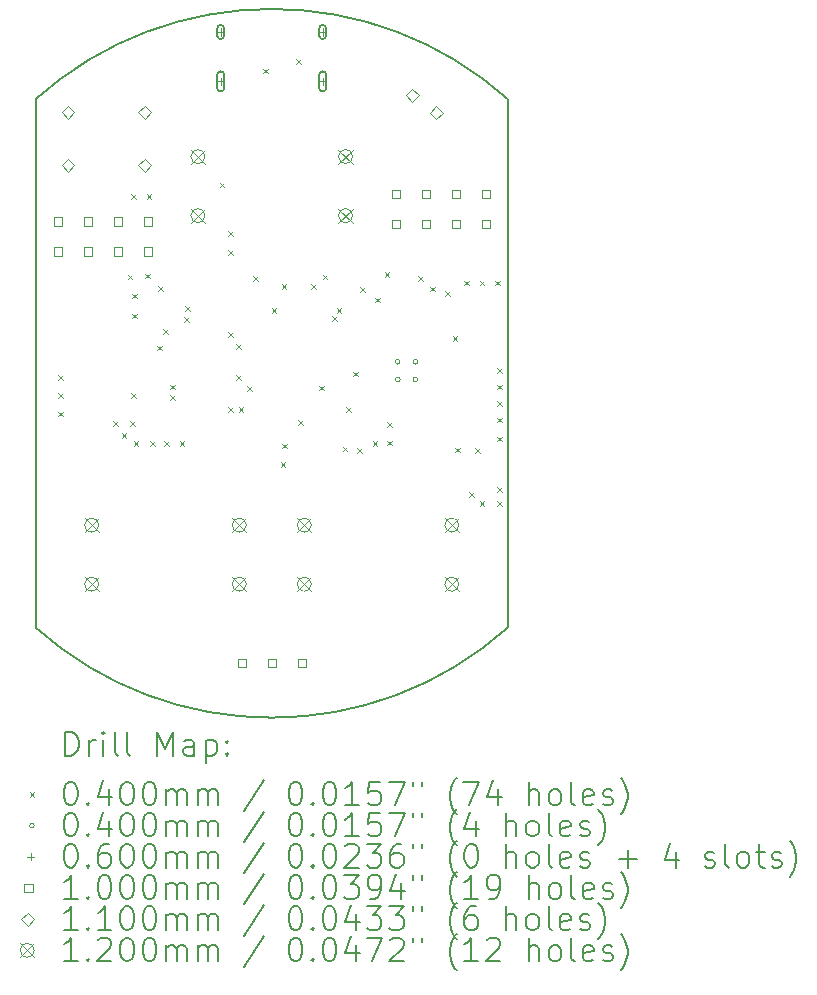
<source format=gbr>
%TF.GenerationSoftware,KiCad,Pcbnew,7.0.6*%
%TF.CreationDate,2024-01-07T21:21:12+01:00*%
%TF.ProjectId,esp-lamp,6573702d-6c61-46d7-902e-6b696361645f,rev?*%
%TF.SameCoordinates,Original*%
%TF.FileFunction,Drillmap*%
%TF.FilePolarity,Positive*%
%FSLAX45Y45*%
G04 Gerber Fmt 4.5, Leading zero omitted, Abs format (unit mm)*
G04 Created by KiCad (PCBNEW 7.0.6) date 2024-01-07 21:21:12*
%MOMM*%
%LPD*%
G01*
G04 APERTURE LIST*
%ADD10C,0.200000*%
%ADD11C,0.040000*%
%ADD12C,0.060000*%
%ADD13C,0.100000*%
%ADD14C,0.110000*%
%ADD15C,0.120000*%
G04 APERTURE END LIST*
D10*
X15400000Y-7763932D02*
G75*
G03*
X11400000Y-7763932I-2000000J-2236068D01*
G01*
X11400000Y-7763932D02*
X11400000Y-12236068D01*
X11400000Y-12236068D02*
G75*
G03*
X15400000Y-12236068I2000000J2236068D01*
G01*
X15400000Y-7763932D02*
X15400000Y-12236068D01*
D11*
X11590000Y-10100000D02*
X11630000Y-10140000D01*
X11630000Y-10100000D02*
X11590000Y-10140000D01*
X11590000Y-10250000D02*
X11630000Y-10290000D01*
X11630000Y-10250000D02*
X11590000Y-10290000D01*
X11590000Y-10410000D02*
X11630000Y-10450000D01*
X11630000Y-10410000D02*
X11590000Y-10450000D01*
X12060000Y-10490000D02*
X12100000Y-10530000D01*
X12100000Y-10490000D02*
X12060000Y-10530000D01*
X12130000Y-10590000D02*
X12170000Y-10630000D01*
X12170000Y-10590000D02*
X12130000Y-10630000D01*
X12180000Y-9250000D02*
X12220000Y-9290000D01*
X12220000Y-9250000D02*
X12180000Y-9290000D01*
X12200000Y-10490000D02*
X12240000Y-10530000D01*
X12240000Y-10490000D02*
X12200000Y-10530000D01*
X12210000Y-8570000D02*
X12250000Y-8610000D01*
X12250000Y-8570000D02*
X12210000Y-8610000D01*
X12210000Y-10250000D02*
X12250000Y-10290000D01*
X12250000Y-10250000D02*
X12210000Y-10290000D01*
X12220000Y-9410000D02*
X12260000Y-9450000D01*
X12260000Y-9410000D02*
X12220000Y-9450000D01*
X12220000Y-9580000D02*
X12260000Y-9620000D01*
X12260000Y-9580000D02*
X12220000Y-9620000D01*
X12230000Y-10660000D02*
X12270000Y-10700000D01*
X12270000Y-10660000D02*
X12230000Y-10700000D01*
X12330000Y-9240000D02*
X12370000Y-9280000D01*
X12370000Y-9240000D02*
X12330000Y-9280000D01*
X12340000Y-8570000D02*
X12380000Y-8610000D01*
X12380000Y-8570000D02*
X12340000Y-8610000D01*
X12370000Y-10660000D02*
X12410000Y-10700000D01*
X12410000Y-10660000D02*
X12370000Y-10700000D01*
X12430000Y-9850000D02*
X12470000Y-9890000D01*
X12470000Y-9850000D02*
X12430000Y-9890000D01*
X12440000Y-9345000D02*
X12480000Y-9385000D01*
X12480000Y-9345000D02*
X12440000Y-9385000D01*
X12480000Y-9710000D02*
X12520000Y-9750000D01*
X12520000Y-9710000D02*
X12480000Y-9750000D01*
X12490000Y-10660000D02*
X12530000Y-10700000D01*
X12530000Y-10660000D02*
X12490000Y-10700000D01*
X12540000Y-10180000D02*
X12580000Y-10220000D01*
X12580000Y-10180000D02*
X12540000Y-10220000D01*
X12540000Y-10270000D02*
X12580000Y-10310000D01*
X12580000Y-10270000D02*
X12540000Y-10310000D01*
X12620000Y-10660000D02*
X12660000Y-10700000D01*
X12660000Y-10660000D02*
X12620000Y-10700000D01*
X12660000Y-9610000D02*
X12700000Y-9650000D01*
X12700000Y-9610000D02*
X12660000Y-9650000D01*
X12665000Y-9515000D02*
X12705000Y-9555000D01*
X12705000Y-9515000D02*
X12665000Y-9555000D01*
X12960000Y-8470000D02*
X13000000Y-8510000D01*
X13000000Y-8470000D02*
X12960000Y-8510000D01*
X13028750Y-8880000D02*
X13068750Y-8920000D01*
X13068750Y-8880000D02*
X13028750Y-8920000D01*
X13028750Y-9040000D02*
X13068750Y-9080000D01*
X13068750Y-9040000D02*
X13028750Y-9080000D01*
X13029336Y-9733720D02*
X13069336Y-9773720D01*
X13069336Y-9733720D02*
X13029336Y-9773720D01*
X13030000Y-10370000D02*
X13070000Y-10410000D01*
X13070000Y-10370000D02*
X13030000Y-10410000D01*
X13100000Y-9840000D02*
X13140000Y-9880000D01*
X13140000Y-9840000D02*
X13100000Y-9880000D01*
X13100000Y-10100000D02*
X13140000Y-10140000D01*
X13140000Y-10100000D02*
X13100000Y-10140000D01*
X13120000Y-10370000D02*
X13160000Y-10410000D01*
X13160000Y-10370000D02*
X13120000Y-10410000D01*
X13193464Y-10192378D02*
X13233464Y-10232378D01*
X13233464Y-10192378D02*
X13193464Y-10232378D01*
X13245224Y-9259776D02*
X13285224Y-9299776D01*
X13285224Y-9259776D02*
X13245224Y-9299776D01*
X13325000Y-7505000D02*
X13365000Y-7545000D01*
X13365000Y-7505000D02*
X13325000Y-7545000D01*
X13398000Y-9533637D02*
X13438000Y-9573637D01*
X13438000Y-9533637D02*
X13398000Y-9573637D01*
X13475000Y-10835000D02*
X13515000Y-10875000D01*
X13515000Y-10835000D02*
X13475000Y-10875000D01*
X13482717Y-9331000D02*
X13522717Y-9371000D01*
X13522717Y-9331000D02*
X13482717Y-9371000D01*
X13485000Y-10680000D02*
X13525000Y-10720000D01*
X13525000Y-10680000D02*
X13485000Y-10720000D01*
X13605000Y-7425000D02*
X13645000Y-7465000D01*
X13645000Y-7425000D02*
X13605000Y-7465000D01*
X13622168Y-10479447D02*
X13662168Y-10519447D01*
X13662168Y-10479447D02*
X13622168Y-10519447D01*
X13734923Y-9331000D02*
X13774923Y-9371000D01*
X13774923Y-9331000D02*
X13734923Y-9371000D01*
X13800000Y-10190000D02*
X13840000Y-10230000D01*
X13840000Y-10190000D02*
X13800000Y-10230000D01*
X13830000Y-9250000D02*
X13870000Y-9290000D01*
X13870000Y-9250000D02*
X13830000Y-9290000D01*
X13908615Y-9602630D02*
X13948615Y-9642630D01*
X13948615Y-9602630D02*
X13908615Y-9642630D01*
X13950000Y-9530000D02*
X13990000Y-9570000D01*
X13990000Y-9530000D02*
X13950000Y-9570000D01*
X14000000Y-10705000D02*
X14040000Y-10745000D01*
X14040000Y-10705000D02*
X14000000Y-10745000D01*
X14030000Y-10370000D02*
X14070000Y-10410000D01*
X14070000Y-10370000D02*
X14030000Y-10410000D01*
X14090000Y-10070000D02*
X14130000Y-10110000D01*
X14130000Y-10070000D02*
X14090000Y-10110000D01*
X14120000Y-10720000D02*
X14160000Y-10760000D01*
X14160000Y-10720000D02*
X14120000Y-10760000D01*
X14151000Y-9352037D02*
X14191000Y-9392037D01*
X14191000Y-9352037D02*
X14151000Y-9392037D01*
X14255000Y-10660000D02*
X14295000Y-10700000D01*
X14295000Y-10660000D02*
X14255000Y-10700000D01*
X14275000Y-9445000D02*
X14315000Y-9485000D01*
X14315000Y-9445000D02*
X14275000Y-9485000D01*
X14356000Y-9225434D02*
X14396000Y-9265434D01*
X14396000Y-9225434D02*
X14356000Y-9265434D01*
X14375000Y-10500000D02*
X14415000Y-10540000D01*
X14415000Y-10500000D02*
X14375000Y-10540000D01*
X14375000Y-10655000D02*
X14415000Y-10695000D01*
X14415000Y-10655000D02*
X14375000Y-10695000D01*
X14642000Y-9265000D02*
X14682000Y-9305000D01*
X14682000Y-9265000D02*
X14642000Y-9305000D01*
X14740000Y-9350000D02*
X14780000Y-9390000D01*
X14780000Y-9350000D02*
X14740000Y-9390000D01*
X14865116Y-9388923D02*
X14905116Y-9428923D01*
X14905116Y-9388923D02*
X14865116Y-9428923D01*
X14931000Y-9770680D02*
X14971000Y-9810680D01*
X14971000Y-9770680D02*
X14931000Y-9810680D01*
X14950000Y-10715000D02*
X14990000Y-10755000D01*
X14990000Y-10715000D02*
X14950000Y-10755000D01*
X15030000Y-9300000D02*
X15070000Y-9340000D01*
X15070000Y-9300000D02*
X15030000Y-9340000D01*
X15070000Y-11090000D02*
X15110000Y-11130000D01*
X15110000Y-11090000D02*
X15070000Y-11130000D01*
X15125000Y-10720000D02*
X15165000Y-10760000D01*
X15165000Y-10720000D02*
X15125000Y-10760000D01*
X15160000Y-9300000D02*
X15200000Y-9340000D01*
X15200000Y-9300000D02*
X15160000Y-9340000D01*
X15160000Y-11170000D02*
X15200000Y-11210000D01*
X15200000Y-11170000D02*
X15160000Y-11210000D01*
X15290000Y-9300000D02*
X15330000Y-9340000D01*
X15330000Y-9300000D02*
X15290000Y-9340000D01*
X15310000Y-10040000D02*
X15350000Y-10080000D01*
X15350000Y-10040000D02*
X15310000Y-10080000D01*
X15310000Y-10180000D02*
X15350000Y-10220000D01*
X15350000Y-10180000D02*
X15310000Y-10220000D01*
X15310000Y-10320000D02*
X15350000Y-10360000D01*
X15350000Y-10320000D02*
X15310000Y-10360000D01*
X15310000Y-10460000D02*
X15350000Y-10500000D01*
X15350000Y-10460000D02*
X15310000Y-10500000D01*
X15310000Y-10620000D02*
X15350000Y-10660000D01*
X15350000Y-10620000D02*
X15310000Y-10660000D01*
X15310000Y-11050000D02*
X15350000Y-11090000D01*
X15350000Y-11050000D02*
X15310000Y-11090000D01*
X15310000Y-11170000D02*
X15350000Y-11210000D01*
X15350000Y-11170000D02*
X15310000Y-11210000D01*
X14486500Y-9987000D02*
G75*
G03*
X14486500Y-9987000I-20000J0D01*
G01*
X14486500Y-10137000D02*
G75*
G03*
X14486500Y-10137000I-20000J0D01*
G01*
X14636500Y-9987000D02*
G75*
G03*
X14636500Y-9987000I-20000J0D01*
G01*
X14636500Y-10137000D02*
G75*
G03*
X14636500Y-10137000I-20000J0D01*
G01*
D12*
X12968000Y-7165000D02*
X12968000Y-7225000D01*
X12938000Y-7195000D02*
X12998000Y-7195000D01*
D10*
X12938000Y-7165000D02*
X12938000Y-7225000D01*
X12938000Y-7225000D02*
G75*
G03*
X12998000Y-7225000I30000J0D01*
G01*
X12998000Y-7225000D02*
X12998000Y-7165000D01*
X12998000Y-7165000D02*
G75*
G03*
X12938000Y-7165000I-30000J0D01*
G01*
D12*
X12968000Y-7583000D02*
X12968000Y-7643000D01*
X12938000Y-7613000D02*
X12998000Y-7613000D01*
D10*
X12938000Y-7558000D02*
X12938000Y-7668000D01*
X12938000Y-7668000D02*
G75*
G03*
X12998000Y-7668000I30000J0D01*
G01*
X12998000Y-7668000D02*
X12998000Y-7558000D01*
X12998000Y-7558000D02*
G75*
G03*
X12938000Y-7558000I-30000J0D01*
G01*
D12*
X13832000Y-7165000D02*
X13832000Y-7225000D01*
X13802000Y-7195000D02*
X13862000Y-7195000D01*
D10*
X13802000Y-7165000D02*
X13802000Y-7225000D01*
X13802000Y-7225000D02*
G75*
G03*
X13862000Y-7225000I30000J0D01*
G01*
X13862000Y-7225000D02*
X13862000Y-7165000D01*
X13862000Y-7165000D02*
G75*
G03*
X13802000Y-7165000I-30000J0D01*
G01*
D12*
X13832000Y-7583000D02*
X13832000Y-7643000D01*
X13802000Y-7613000D02*
X13862000Y-7613000D01*
D10*
X13802000Y-7558000D02*
X13802000Y-7668000D01*
X13802000Y-7668000D02*
G75*
G03*
X13862000Y-7668000I30000J0D01*
G01*
X13862000Y-7668000D02*
X13862000Y-7558000D01*
X13862000Y-7558000D02*
G75*
G03*
X13802000Y-7558000I-30000J0D01*
G01*
D13*
X11627356Y-8835356D02*
X11627356Y-8764644D01*
X11556644Y-8764644D01*
X11556644Y-8835356D01*
X11627356Y-8835356D01*
X11627356Y-9089356D02*
X11627356Y-9018644D01*
X11556644Y-9018644D01*
X11556644Y-9089356D01*
X11627356Y-9089356D01*
X11881356Y-8835356D02*
X11881356Y-8764644D01*
X11810644Y-8764644D01*
X11810644Y-8835356D01*
X11881356Y-8835356D01*
X11881356Y-9089356D02*
X11881356Y-9018644D01*
X11810644Y-9018644D01*
X11810644Y-9089356D01*
X11881356Y-9089356D01*
X12135356Y-8835356D02*
X12135356Y-8764644D01*
X12064644Y-8764644D01*
X12064644Y-8835356D01*
X12135356Y-8835356D01*
X12135356Y-9089356D02*
X12135356Y-9018644D01*
X12064644Y-9018644D01*
X12064644Y-9089356D01*
X12135356Y-9089356D01*
X12389356Y-8835356D02*
X12389356Y-8764644D01*
X12318644Y-8764644D01*
X12318644Y-8835356D01*
X12389356Y-8835356D01*
X12389356Y-9089356D02*
X12389356Y-9018644D01*
X12318644Y-9018644D01*
X12318644Y-9089356D01*
X12389356Y-9089356D01*
X13181356Y-12575356D02*
X13181356Y-12504644D01*
X13110644Y-12504644D01*
X13110644Y-12575356D01*
X13181356Y-12575356D01*
X13435356Y-12575356D02*
X13435356Y-12504644D01*
X13364644Y-12504644D01*
X13364644Y-12575356D01*
X13435356Y-12575356D01*
X13689356Y-12575356D02*
X13689356Y-12504644D01*
X13618644Y-12504644D01*
X13618644Y-12575356D01*
X13689356Y-12575356D01*
X14487356Y-8601356D02*
X14487356Y-8530644D01*
X14416644Y-8530644D01*
X14416644Y-8601356D01*
X14487356Y-8601356D01*
X14487356Y-8855356D02*
X14487356Y-8784644D01*
X14416644Y-8784644D01*
X14416644Y-8855356D01*
X14487356Y-8855356D01*
X14741356Y-8601356D02*
X14741356Y-8530644D01*
X14670644Y-8530644D01*
X14670644Y-8601356D01*
X14741356Y-8601356D01*
X14741356Y-8855356D02*
X14741356Y-8784644D01*
X14670644Y-8784644D01*
X14670644Y-8855356D01*
X14741356Y-8855356D01*
X14995356Y-8601356D02*
X14995356Y-8530644D01*
X14924644Y-8530644D01*
X14924644Y-8601356D01*
X14995356Y-8601356D01*
X14995356Y-8855356D02*
X14995356Y-8784644D01*
X14924644Y-8784644D01*
X14924644Y-8855356D01*
X14995356Y-8855356D01*
X15249356Y-8601356D02*
X15249356Y-8530644D01*
X15178644Y-8530644D01*
X15178644Y-8601356D01*
X15249356Y-8601356D01*
X15249356Y-8855356D02*
X15249356Y-8784644D01*
X15178644Y-8784644D01*
X15178644Y-8855356D01*
X15249356Y-8855356D01*
D14*
X11675000Y-7930000D02*
X11730000Y-7875000D01*
X11675000Y-7820000D01*
X11620000Y-7875000D01*
X11675000Y-7930000D01*
X11675000Y-8380000D02*
X11730000Y-8325000D01*
X11675000Y-8270000D01*
X11620000Y-8325000D01*
X11675000Y-8380000D01*
X12325000Y-7930000D02*
X12380000Y-7875000D01*
X12325000Y-7820000D01*
X12270000Y-7875000D01*
X12325000Y-7930000D01*
X12325000Y-8380000D02*
X12380000Y-8325000D01*
X12325000Y-8270000D01*
X12270000Y-8325000D01*
X12325000Y-8380000D01*
X14587755Y-7787106D02*
X14642755Y-7732106D01*
X14587755Y-7677106D01*
X14532755Y-7732106D01*
X14587755Y-7787106D01*
X14794540Y-7934605D02*
X14849540Y-7879605D01*
X14794540Y-7824605D01*
X14739540Y-7879605D01*
X14794540Y-7934605D01*
D15*
X11815000Y-11310000D02*
X11935000Y-11430000D01*
X11935000Y-11310000D02*
X11815000Y-11430000D01*
X11935000Y-11370000D02*
G75*
G03*
X11935000Y-11370000I-60000J0D01*
G01*
X11815000Y-11810000D02*
X11935000Y-11930000D01*
X11935000Y-11810000D02*
X11815000Y-11930000D01*
X11935000Y-11870000D02*
G75*
G03*
X11935000Y-11870000I-60000J0D01*
G01*
X12715000Y-8190000D02*
X12835000Y-8310000D01*
X12835000Y-8190000D02*
X12715000Y-8310000D01*
X12835000Y-8250000D02*
G75*
G03*
X12835000Y-8250000I-60000J0D01*
G01*
X12715000Y-8690000D02*
X12835000Y-8810000D01*
X12835000Y-8690000D02*
X12715000Y-8810000D01*
X12835000Y-8750000D02*
G75*
G03*
X12835000Y-8750000I-60000J0D01*
G01*
X13065000Y-11310000D02*
X13185000Y-11430000D01*
X13185000Y-11310000D02*
X13065000Y-11430000D01*
X13185000Y-11370000D02*
G75*
G03*
X13185000Y-11370000I-60000J0D01*
G01*
X13065000Y-11810000D02*
X13185000Y-11930000D01*
X13185000Y-11810000D02*
X13065000Y-11930000D01*
X13185000Y-11870000D02*
G75*
G03*
X13185000Y-11870000I-60000J0D01*
G01*
X13615000Y-11310000D02*
X13735000Y-11430000D01*
X13735000Y-11310000D02*
X13615000Y-11430000D01*
X13735000Y-11370000D02*
G75*
G03*
X13735000Y-11370000I-60000J0D01*
G01*
X13615000Y-11810000D02*
X13735000Y-11930000D01*
X13735000Y-11810000D02*
X13615000Y-11930000D01*
X13735000Y-11870000D02*
G75*
G03*
X13735000Y-11870000I-60000J0D01*
G01*
X13965000Y-8190000D02*
X14085000Y-8310000D01*
X14085000Y-8190000D02*
X13965000Y-8310000D01*
X14085000Y-8250000D02*
G75*
G03*
X14085000Y-8250000I-60000J0D01*
G01*
X13965000Y-8690000D02*
X14085000Y-8810000D01*
X14085000Y-8690000D02*
X13965000Y-8810000D01*
X14085000Y-8750000D02*
G75*
G03*
X14085000Y-8750000I-60000J0D01*
G01*
X14865000Y-11310000D02*
X14985000Y-11430000D01*
X14985000Y-11310000D02*
X14865000Y-11430000D01*
X14985000Y-11370000D02*
G75*
G03*
X14985000Y-11370000I-60000J0D01*
G01*
X14865000Y-11810000D02*
X14985000Y-11930000D01*
X14985000Y-11810000D02*
X14865000Y-11930000D01*
X14985000Y-11870000D02*
G75*
G03*
X14985000Y-11870000I-60000J0D01*
G01*
D10*
X11650777Y-13321484D02*
X11650777Y-13121484D01*
X11650777Y-13121484D02*
X11698396Y-13121484D01*
X11698396Y-13121484D02*
X11726967Y-13131008D01*
X11726967Y-13131008D02*
X11746015Y-13150055D01*
X11746015Y-13150055D02*
X11755539Y-13169103D01*
X11755539Y-13169103D02*
X11765062Y-13207198D01*
X11765062Y-13207198D02*
X11765062Y-13235769D01*
X11765062Y-13235769D02*
X11755539Y-13273865D01*
X11755539Y-13273865D02*
X11746015Y-13292912D01*
X11746015Y-13292912D02*
X11726967Y-13311960D01*
X11726967Y-13311960D02*
X11698396Y-13321484D01*
X11698396Y-13321484D02*
X11650777Y-13321484D01*
X11850777Y-13321484D02*
X11850777Y-13188150D01*
X11850777Y-13226246D02*
X11860301Y-13207198D01*
X11860301Y-13207198D02*
X11869824Y-13197674D01*
X11869824Y-13197674D02*
X11888872Y-13188150D01*
X11888872Y-13188150D02*
X11907920Y-13188150D01*
X11974586Y-13321484D02*
X11974586Y-13188150D01*
X11974586Y-13121484D02*
X11965062Y-13131008D01*
X11965062Y-13131008D02*
X11974586Y-13140531D01*
X11974586Y-13140531D02*
X11984110Y-13131008D01*
X11984110Y-13131008D02*
X11974586Y-13121484D01*
X11974586Y-13121484D02*
X11974586Y-13140531D01*
X12098396Y-13321484D02*
X12079348Y-13311960D01*
X12079348Y-13311960D02*
X12069824Y-13292912D01*
X12069824Y-13292912D02*
X12069824Y-13121484D01*
X12203158Y-13321484D02*
X12184110Y-13311960D01*
X12184110Y-13311960D02*
X12174586Y-13292912D01*
X12174586Y-13292912D02*
X12174586Y-13121484D01*
X12431729Y-13321484D02*
X12431729Y-13121484D01*
X12431729Y-13121484D02*
X12498396Y-13264341D01*
X12498396Y-13264341D02*
X12565062Y-13121484D01*
X12565062Y-13121484D02*
X12565062Y-13321484D01*
X12746015Y-13321484D02*
X12746015Y-13216722D01*
X12746015Y-13216722D02*
X12736491Y-13197674D01*
X12736491Y-13197674D02*
X12717443Y-13188150D01*
X12717443Y-13188150D02*
X12679348Y-13188150D01*
X12679348Y-13188150D02*
X12660301Y-13197674D01*
X12746015Y-13311960D02*
X12726967Y-13321484D01*
X12726967Y-13321484D02*
X12679348Y-13321484D01*
X12679348Y-13321484D02*
X12660301Y-13311960D01*
X12660301Y-13311960D02*
X12650777Y-13292912D01*
X12650777Y-13292912D02*
X12650777Y-13273865D01*
X12650777Y-13273865D02*
X12660301Y-13254817D01*
X12660301Y-13254817D02*
X12679348Y-13245293D01*
X12679348Y-13245293D02*
X12726967Y-13245293D01*
X12726967Y-13245293D02*
X12746015Y-13235769D01*
X12841253Y-13188150D02*
X12841253Y-13388150D01*
X12841253Y-13197674D02*
X12860301Y-13188150D01*
X12860301Y-13188150D02*
X12898396Y-13188150D01*
X12898396Y-13188150D02*
X12917443Y-13197674D01*
X12917443Y-13197674D02*
X12926967Y-13207198D01*
X12926967Y-13207198D02*
X12936491Y-13226246D01*
X12936491Y-13226246D02*
X12936491Y-13283388D01*
X12936491Y-13283388D02*
X12926967Y-13302436D01*
X12926967Y-13302436D02*
X12917443Y-13311960D01*
X12917443Y-13311960D02*
X12898396Y-13321484D01*
X12898396Y-13321484D02*
X12860301Y-13321484D01*
X12860301Y-13321484D02*
X12841253Y-13311960D01*
X13022205Y-13302436D02*
X13031729Y-13311960D01*
X13031729Y-13311960D02*
X13022205Y-13321484D01*
X13022205Y-13321484D02*
X13012682Y-13311960D01*
X13012682Y-13311960D02*
X13022205Y-13302436D01*
X13022205Y-13302436D02*
X13022205Y-13321484D01*
X13022205Y-13197674D02*
X13031729Y-13207198D01*
X13031729Y-13207198D02*
X13022205Y-13216722D01*
X13022205Y-13216722D02*
X13012682Y-13207198D01*
X13012682Y-13207198D02*
X13022205Y-13197674D01*
X13022205Y-13197674D02*
X13022205Y-13216722D01*
D11*
X11350000Y-13630000D02*
X11390000Y-13670000D01*
X11390000Y-13630000D02*
X11350000Y-13670000D01*
D10*
X11688872Y-13541484D02*
X11707920Y-13541484D01*
X11707920Y-13541484D02*
X11726967Y-13551008D01*
X11726967Y-13551008D02*
X11736491Y-13560531D01*
X11736491Y-13560531D02*
X11746015Y-13579579D01*
X11746015Y-13579579D02*
X11755539Y-13617674D01*
X11755539Y-13617674D02*
X11755539Y-13665293D01*
X11755539Y-13665293D02*
X11746015Y-13703388D01*
X11746015Y-13703388D02*
X11736491Y-13722436D01*
X11736491Y-13722436D02*
X11726967Y-13731960D01*
X11726967Y-13731960D02*
X11707920Y-13741484D01*
X11707920Y-13741484D02*
X11688872Y-13741484D01*
X11688872Y-13741484D02*
X11669824Y-13731960D01*
X11669824Y-13731960D02*
X11660301Y-13722436D01*
X11660301Y-13722436D02*
X11650777Y-13703388D01*
X11650777Y-13703388D02*
X11641253Y-13665293D01*
X11641253Y-13665293D02*
X11641253Y-13617674D01*
X11641253Y-13617674D02*
X11650777Y-13579579D01*
X11650777Y-13579579D02*
X11660301Y-13560531D01*
X11660301Y-13560531D02*
X11669824Y-13551008D01*
X11669824Y-13551008D02*
X11688872Y-13541484D01*
X11841253Y-13722436D02*
X11850777Y-13731960D01*
X11850777Y-13731960D02*
X11841253Y-13741484D01*
X11841253Y-13741484D02*
X11831729Y-13731960D01*
X11831729Y-13731960D02*
X11841253Y-13722436D01*
X11841253Y-13722436D02*
X11841253Y-13741484D01*
X12022205Y-13608150D02*
X12022205Y-13741484D01*
X11974586Y-13531960D02*
X11926967Y-13674817D01*
X11926967Y-13674817D02*
X12050777Y-13674817D01*
X12165062Y-13541484D02*
X12184110Y-13541484D01*
X12184110Y-13541484D02*
X12203158Y-13551008D01*
X12203158Y-13551008D02*
X12212682Y-13560531D01*
X12212682Y-13560531D02*
X12222205Y-13579579D01*
X12222205Y-13579579D02*
X12231729Y-13617674D01*
X12231729Y-13617674D02*
X12231729Y-13665293D01*
X12231729Y-13665293D02*
X12222205Y-13703388D01*
X12222205Y-13703388D02*
X12212682Y-13722436D01*
X12212682Y-13722436D02*
X12203158Y-13731960D01*
X12203158Y-13731960D02*
X12184110Y-13741484D01*
X12184110Y-13741484D02*
X12165062Y-13741484D01*
X12165062Y-13741484D02*
X12146015Y-13731960D01*
X12146015Y-13731960D02*
X12136491Y-13722436D01*
X12136491Y-13722436D02*
X12126967Y-13703388D01*
X12126967Y-13703388D02*
X12117443Y-13665293D01*
X12117443Y-13665293D02*
X12117443Y-13617674D01*
X12117443Y-13617674D02*
X12126967Y-13579579D01*
X12126967Y-13579579D02*
X12136491Y-13560531D01*
X12136491Y-13560531D02*
X12146015Y-13551008D01*
X12146015Y-13551008D02*
X12165062Y-13541484D01*
X12355539Y-13541484D02*
X12374586Y-13541484D01*
X12374586Y-13541484D02*
X12393634Y-13551008D01*
X12393634Y-13551008D02*
X12403158Y-13560531D01*
X12403158Y-13560531D02*
X12412682Y-13579579D01*
X12412682Y-13579579D02*
X12422205Y-13617674D01*
X12422205Y-13617674D02*
X12422205Y-13665293D01*
X12422205Y-13665293D02*
X12412682Y-13703388D01*
X12412682Y-13703388D02*
X12403158Y-13722436D01*
X12403158Y-13722436D02*
X12393634Y-13731960D01*
X12393634Y-13731960D02*
X12374586Y-13741484D01*
X12374586Y-13741484D02*
X12355539Y-13741484D01*
X12355539Y-13741484D02*
X12336491Y-13731960D01*
X12336491Y-13731960D02*
X12326967Y-13722436D01*
X12326967Y-13722436D02*
X12317443Y-13703388D01*
X12317443Y-13703388D02*
X12307920Y-13665293D01*
X12307920Y-13665293D02*
X12307920Y-13617674D01*
X12307920Y-13617674D02*
X12317443Y-13579579D01*
X12317443Y-13579579D02*
X12326967Y-13560531D01*
X12326967Y-13560531D02*
X12336491Y-13551008D01*
X12336491Y-13551008D02*
X12355539Y-13541484D01*
X12507920Y-13741484D02*
X12507920Y-13608150D01*
X12507920Y-13627198D02*
X12517443Y-13617674D01*
X12517443Y-13617674D02*
X12536491Y-13608150D01*
X12536491Y-13608150D02*
X12565063Y-13608150D01*
X12565063Y-13608150D02*
X12584110Y-13617674D01*
X12584110Y-13617674D02*
X12593634Y-13636722D01*
X12593634Y-13636722D02*
X12593634Y-13741484D01*
X12593634Y-13636722D02*
X12603158Y-13617674D01*
X12603158Y-13617674D02*
X12622205Y-13608150D01*
X12622205Y-13608150D02*
X12650777Y-13608150D01*
X12650777Y-13608150D02*
X12669824Y-13617674D01*
X12669824Y-13617674D02*
X12679348Y-13636722D01*
X12679348Y-13636722D02*
X12679348Y-13741484D01*
X12774586Y-13741484D02*
X12774586Y-13608150D01*
X12774586Y-13627198D02*
X12784110Y-13617674D01*
X12784110Y-13617674D02*
X12803158Y-13608150D01*
X12803158Y-13608150D02*
X12831729Y-13608150D01*
X12831729Y-13608150D02*
X12850777Y-13617674D01*
X12850777Y-13617674D02*
X12860301Y-13636722D01*
X12860301Y-13636722D02*
X12860301Y-13741484D01*
X12860301Y-13636722D02*
X12869824Y-13617674D01*
X12869824Y-13617674D02*
X12888872Y-13608150D01*
X12888872Y-13608150D02*
X12917443Y-13608150D01*
X12917443Y-13608150D02*
X12936491Y-13617674D01*
X12936491Y-13617674D02*
X12946015Y-13636722D01*
X12946015Y-13636722D02*
X12946015Y-13741484D01*
X13336491Y-13531960D02*
X13165063Y-13789103D01*
X13593634Y-13541484D02*
X13612682Y-13541484D01*
X13612682Y-13541484D02*
X13631729Y-13551008D01*
X13631729Y-13551008D02*
X13641253Y-13560531D01*
X13641253Y-13560531D02*
X13650777Y-13579579D01*
X13650777Y-13579579D02*
X13660301Y-13617674D01*
X13660301Y-13617674D02*
X13660301Y-13665293D01*
X13660301Y-13665293D02*
X13650777Y-13703388D01*
X13650777Y-13703388D02*
X13641253Y-13722436D01*
X13641253Y-13722436D02*
X13631729Y-13731960D01*
X13631729Y-13731960D02*
X13612682Y-13741484D01*
X13612682Y-13741484D02*
X13593634Y-13741484D01*
X13593634Y-13741484D02*
X13574586Y-13731960D01*
X13574586Y-13731960D02*
X13565063Y-13722436D01*
X13565063Y-13722436D02*
X13555539Y-13703388D01*
X13555539Y-13703388D02*
X13546015Y-13665293D01*
X13546015Y-13665293D02*
X13546015Y-13617674D01*
X13546015Y-13617674D02*
X13555539Y-13579579D01*
X13555539Y-13579579D02*
X13565063Y-13560531D01*
X13565063Y-13560531D02*
X13574586Y-13551008D01*
X13574586Y-13551008D02*
X13593634Y-13541484D01*
X13746015Y-13722436D02*
X13755539Y-13731960D01*
X13755539Y-13731960D02*
X13746015Y-13741484D01*
X13746015Y-13741484D02*
X13736491Y-13731960D01*
X13736491Y-13731960D02*
X13746015Y-13722436D01*
X13746015Y-13722436D02*
X13746015Y-13741484D01*
X13879348Y-13541484D02*
X13898396Y-13541484D01*
X13898396Y-13541484D02*
X13917444Y-13551008D01*
X13917444Y-13551008D02*
X13926967Y-13560531D01*
X13926967Y-13560531D02*
X13936491Y-13579579D01*
X13936491Y-13579579D02*
X13946015Y-13617674D01*
X13946015Y-13617674D02*
X13946015Y-13665293D01*
X13946015Y-13665293D02*
X13936491Y-13703388D01*
X13936491Y-13703388D02*
X13926967Y-13722436D01*
X13926967Y-13722436D02*
X13917444Y-13731960D01*
X13917444Y-13731960D02*
X13898396Y-13741484D01*
X13898396Y-13741484D02*
X13879348Y-13741484D01*
X13879348Y-13741484D02*
X13860301Y-13731960D01*
X13860301Y-13731960D02*
X13850777Y-13722436D01*
X13850777Y-13722436D02*
X13841253Y-13703388D01*
X13841253Y-13703388D02*
X13831729Y-13665293D01*
X13831729Y-13665293D02*
X13831729Y-13617674D01*
X13831729Y-13617674D02*
X13841253Y-13579579D01*
X13841253Y-13579579D02*
X13850777Y-13560531D01*
X13850777Y-13560531D02*
X13860301Y-13551008D01*
X13860301Y-13551008D02*
X13879348Y-13541484D01*
X14136491Y-13741484D02*
X14022206Y-13741484D01*
X14079348Y-13741484D02*
X14079348Y-13541484D01*
X14079348Y-13541484D02*
X14060301Y-13570055D01*
X14060301Y-13570055D02*
X14041253Y-13589103D01*
X14041253Y-13589103D02*
X14022206Y-13598627D01*
X14317444Y-13541484D02*
X14222206Y-13541484D01*
X14222206Y-13541484D02*
X14212682Y-13636722D01*
X14212682Y-13636722D02*
X14222206Y-13627198D01*
X14222206Y-13627198D02*
X14241253Y-13617674D01*
X14241253Y-13617674D02*
X14288872Y-13617674D01*
X14288872Y-13617674D02*
X14307920Y-13627198D01*
X14307920Y-13627198D02*
X14317444Y-13636722D01*
X14317444Y-13636722D02*
X14326967Y-13655769D01*
X14326967Y-13655769D02*
X14326967Y-13703388D01*
X14326967Y-13703388D02*
X14317444Y-13722436D01*
X14317444Y-13722436D02*
X14307920Y-13731960D01*
X14307920Y-13731960D02*
X14288872Y-13741484D01*
X14288872Y-13741484D02*
X14241253Y-13741484D01*
X14241253Y-13741484D02*
X14222206Y-13731960D01*
X14222206Y-13731960D02*
X14212682Y-13722436D01*
X14393634Y-13541484D02*
X14526967Y-13541484D01*
X14526967Y-13541484D02*
X14441253Y-13741484D01*
X14593634Y-13541484D02*
X14593634Y-13579579D01*
X14669825Y-13541484D02*
X14669825Y-13579579D01*
X14965063Y-13817674D02*
X14955539Y-13808150D01*
X14955539Y-13808150D02*
X14936491Y-13779579D01*
X14936491Y-13779579D02*
X14926968Y-13760531D01*
X14926968Y-13760531D02*
X14917444Y-13731960D01*
X14917444Y-13731960D02*
X14907920Y-13684341D01*
X14907920Y-13684341D02*
X14907920Y-13646246D01*
X14907920Y-13646246D02*
X14917444Y-13598627D01*
X14917444Y-13598627D02*
X14926968Y-13570055D01*
X14926968Y-13570055D02*
X14936491Y-13551008D01*
X14936491Y-13551008D02*
X14955539Y-13522436D01*
X14955539Y-13522436D02*
X14965063Y-13512912D01*
X15022206Y-13541484D02*
X15155539Y-13541484D01*
X15155539Y-13541484D02*
X15069825Y-13741484D01*
X15317444Y-13608150D02*
X15317444Y-13741484D01*
X15269825Y-13531960D02*
X15222206Y-13674817D01*
X15222206Y-13674817D02*
X15346015Y-13674817D01*
X15574587Y-13741484D02*
X15574587Y-13541484D01*
X15660301Y-13741484D02*
X15660301Y-13636722D01*
X15660301Y-13636722D02*
X15650777Y-13617674D01*
X15650777Y-13617674D02*
X15631730Y-13608150D01*
X15631730Y-13608150D02*
X15603158Y-13608150D01*
X15603158Y-13608150D02*
X15584110Y-13617674D01*
X15584110Y-13617674D02*
X15574587Y-13627198D01*
X15784110Y-13741484D02*
X15765063Y-13731960D01*
X15765063Y-13731960D02*
X15755539Y-13722436D01*
X15755539Y-13722436D02*
X15746015Y-13703388D01*
X15746015Y-13703388D02*
X15746015Y-13646246D01*
X15746015Y-13646246D02*
X15755539Y-13627198D01*
X15755539Y-13627198D02*
X15765063Y-13617674D01*
X15765063Y-13617674D02*
X15784110Y-13608150D01*
X15784110Y-13608150D02*
X15812682Y-13608150D01*
X15812682Y-13608150D02*
X15831730Y-13617674D01*
X15831730Y-13617674D02*
X15841253Y-13627198D01*
X15841253Y-13627198D02*
X15850777Y-13646246D01*
X15850777Y-13646246D02*
X15850777Y-13703388D01*
X15850777Y-13703388D02*
X15841253Y-13722436D01*
X15841253Y-13722436D02*
X15831730Y-13731960D01*
X15831730Y-13731960D02*
X15812682Y-13741484D01*
X15812682Y-13741484D02*
X15784110Y-13741484D01*
X15965063Y-13741484D02*
X15946015Y-13731960D01*
X15946015Y-13731960D02*
X15936491Y-13712912D01*
X15936491Y-13712912D02*
X15936491Y-13541484D01*
X16117444Y-13731960D02*
X16098396Y-13741484D01*
X16098396Y-13741484D02*
X16060301Y-13741484D01*
X16060301Y-13741484D02*
X16041253Y-13731960D01*
X16041253Y-13731960D02*
X16031730Y-13712912D01*
X16031730Y-13712912D02*
X16031730Y-13636722D01*
X16031730Y-13636722D02*
X16041253Y-13617674D01*
X16041253Y-13617674D02*
X16060301Y-13608150D01*
X16060301Y-13608150D02*
X16098396Y-13608150D01*
X16098396Y-13608150D02*
X16117444Y-13617674D01*
X16117444Y-13617674D02*
X16126968Y-13636722D01*
X16126968Y-13636722D02*
X16126968Y-13655769D01*
X16126968Y-13655769D02*
X16031730Y-13674817D01*
X16203158Y-13731960D02*
X16222206Y-13741484D01*
X16222206Y-13741484D02*
X16260301Y-13741484D01*
X16260301Y-13741484D02*
X16279349Y-13731960D01*
X16279349Y-13731960D02*
X16288872Y-13712912D01*
X16288872Y-13712912D02*
X16288872Y-13703388D01*
X16288872Y-13703388D02*
X16279349Y-13684341D01*
X16279349Y-13684341D02*
X16260301Y-13674817D01*
X16260301Y-13674817D02*
X16231730Y-13674817D01*
X16231730Y-13674817D02*
X16212682Y-13665293D01*
X16212682Y-13665293D02*
X16203158Y-13646246D01*
X16203158Y-13646246D02*
X16203158Y-13636722D01*
X16203158Y-13636722D02*
X16212682Y-13617674D01*
X16212682Y-13617674D02*
X16231730Y-13608150D01*
X16231730Y-13608150D02*
X16260301Y-13608150D01*
X16260301Y-13608150D02*
X16279349Y-13617674D01*
X16355539Y-13817674D02*
X16365063Y-13808150D01*
X16365063Y-13808150D02*
X16384111Y-13779579D01*
X16384111Y-13779579D02*
X16393634Y-13760531D01*
X16393634Y-13760531D02*
X16403158Y-13731960D01*
X16403158Y-13731960D02*
X16412682Y-13684341D01*
X16412682Y-13684341D02*
X16412682Y-13646246D01*
X16412682Y-13646246D02*
X16403158Y-13598627D01*
X16403158Y-13598627D02*
X16393634Y-13570055D01*
X16393634Y-13570055D02*
X16384111Y-13551008D01*
X16384111Y-13551008D02*
X16365063Y-13522436D01*
X16365063Y-13522436D02*
X16355539Y-13512912D01*
D11*
X11390000Y-13914000D02*
G75*
G03*
X11390000Y-13914000I-20000J0D01*
G01*
D10*
X11688872Y-13805484D02*
X11707920Y-13805484D01*
X11707920Y-13805484D02*
X11726967Y-13815008D01*
X11726967Y-13815008D02*
X11736491Y-13824531D01*
X11736491Y-13824531D02*
X11746015Y-13843579D01*
X11746015Y-13843579D02*
X11755539Y-13881674D01*
X11755539Y-13881674D02*
X11755539Y-13929293D01*
X11755539Y-13929293D02*
X11746015Y-13967388D01*
X11746015Y-13967388D02*
X11736491Y-13986436D01*
X11736491Y-13986436D02*
X11726967Y-13995960D01*
X11726967Y-13995960D02*
X11707920Y-14005484D01*
X11707920Y-14005484D02*
X11688872Y-14005484D01*
X11688872Y-14005484D02*
X11669824Y-13995960D01*
X11669824Y-13995960D02*
X11660301Y-13986436D01*
X11660301Y-13986436D02*
X11650777Y-13967388D01*
X11650777Y-13967388D02*
X11641253Y-13929293D01*
X11641253Y-13929293D02*
X11641253Y-13881674D01*
X11641253Y-13881674D02*
X11650777Y-13843579D01*
X11650777Y-13843579D02*
X11660301Y-13824531D01*
X11660301Y-13824531D02*
X11669824Y-13815008D01*
X11669824Y-13815008D02*
X11688872Y-13805484D01*
X11841253Y-13986436D02*
X11850777Y-13995960D01*
X11850777Y-13995960D02*
X11841253Y-14005484D01*
X11841253Y-14005484D02*
X11831729Y-13995960D01*
X11831729Y-13995960D02*
X11841253Y-13986436D01*
X11841253Y-13986436D02*
X11841253Y-14005484D01*
X12022205Y-13872150D02*
X12022205Y-14005484D01*
X11974586Y-13795960D02*
X11926967Y-13938817D01*
X11926967Y-13938817D02*
X12050777Y-13938817D01*
X12165062Y-13805484D02*
X12184110Y-13805484D01*
X12184110Y-13805484D02*
X12203158Y-13815008D01*
X12203158Y-13815008D02*
X12212682Y-13824531D01*
X12212682Y-13824531D02*
X12222205Y-13843579D01*
X12222205Y-13843579D02*
X12231729Y-13881674D01*
X12231729Y-13881674D02*
X12231729Y-13929293D01*
X12231729Y-13929293D02*
X12222205Y-13967388D01*
X12222205Y-13967388D02*
X12212682Y-13986436D01*
X12212682Y-13986436D02*
X12203158Y-13995960D01*
X12203158Y-13995960D02*
X12184110Y-14005484D01*
X12184110Y-14005484D02*
X12165062Y-14005484D01*
X12165062Y-14005484D02*
X12146015Y-13995960D01*
X12146015Y-13995960D02*
X12136491Y-13986436D01*
X12136491Y-13986436D02*
X12126967Y-13967388D01*
X12126967Y-13967388D02*
X12117443Y-13929293D01*
X12117443Y-13929293D02*
X12117443Y-13881674D01*
X12117443Y-13881674D02*
X12126967Y-13843579D01*
X12126967Y-13843579D02*
X12136491Y-13824531D01*
X12136491Y-13824531D02*
X12146015Y-13815008D01*
X12146015Y-13815008D02*
X12165062Y-13805484D01*
X12355539Y-13805484D02*
X12374586Y-13805484D01*
X12374586Y-13805484D02*
X12393634Y-13815008D01*
X12393634Y-13815008D02*
X12403158Y-13824531D01*
X12403158Y-13824531D02*
X12412682Y-13843579D01*
X12412682Y-13843579D02*
X12422205Y-13881674D01*
X12422205Y-13881674D02*
X12422205Y-13929293D01*
X12422205Y-13929293D02*
X12412682Y-13967388D01*
X12412682Y-13967388D02*
X12403158Y-13986436D01*
X12403158Y-13986436D02*
X12393634Y-13995960D01*
X12393634Y-13995960D02*
X12374586Y-14005484D01*
X12374586Y-14005484D02*
X12355539Y-14005484D01*
X12355539Y-14005484D02*
X12336491Y-13995960D01*
X12336491Y-13995960D02*
X12326967Y-13986436D01*
X12326967Y-13986436D02*
X12317443Y-13967388D01*
X12317443Y-13967388D02*
X12307920Y-13929293D01*
X12307920Y-13929293D02*
X12307920Y-13881674D01*
X12307920Y-13881674D02*
X12317443Y-13843579D01*
X12317443Y-13843579D02*
X12326967Y-13824531D01*
X12326967Y-13824531D02*
X12336491Y-13815008D01*
X12336491Y-13815008D02*
X12355539Y-13805484D01*
X12507920Y-14005484D02*
X12507920Y-13872150D01*
X12507920Y-13891198D02*
X12517443Y-13881674D01*
X12517443Y-13881674D02*
X12536491Y-13872150D01*
X12536491Y-13872150D02*
X12565063Y-13872150D01*
X12565063Y-13872150D02*
X12584110Y-13881674D01*
X12584110Y-13881674D02*
X12593634Y-13900722D01*
X12593634Y-13900722D02*
X12593634Y-14005484D01*
X12593634Y-13900722D02*
X12603158Y-13881674D01*
X12603158Y-13881674D02*
X12622205Y-13872150D01*
X12622205Y-13872150D02*
X12650777Y-13872150D01*
X12650777Y-13872150D02*
X12669824Y-13881674D01*
X12669824Y-13881674D02*
X12679348Y-13900722D01*
X12679348Y-13900722D02*
X12679348Y-14005484D01*
X12774586Y-14005484D02*
X12774586Y-13872150D01*
X12774586Y-13891198D02*
X12784110Y-13881674D01*
X12784110Y-13881674D02*
X12803158Y-13872150D01*
X12803158Y-13872150D02*
X12831729Y-13872150D01*
X12831729Y-13872150D02*
X12850777Y-13881674D01*
X12850777Y-13881674D02*
X12860301Y-13900722D01*
X12860301Y-13900722D02*
X12860301Y-14005484D01*
X12860301Y-13900722D02*
X12869824Y-13881674D01*
X12869824Y-13881674D02*
X12888872Y-13872150D01*
X12888872Y-13872150D02*
X12917443Y-13872150D01*
X12917443Y-13872150D02*
X12936491Y-13881674D01*
X12936491Y-13881674D02*
X12946015Y-13900722D01*
X12946015Y-13900722D02*
X12946015Y-14005484D01*
X13336491Y-13795960D02*
X13165063Y-14053103D01*
X13593634Y-13805484D02*
X13612682Y-13805484D01*
X13612682Y-13805484D02*
X13631729Y-13815008D01*
X13631729Y-13815008D02*
X13641253Y-13824531D01*
X13641253Y-13824531D02*
X13650777Y-13843579D01*
X13650777Y-13843579D02*
X13660301Y-13881674D01*
X13660301Y-13881674D02*
X13660301Y-13929293D01*
X13660301Y-13929293D02*
X13650777Y-13967388D01*
X13650777Y-13967388D02*
X13641253Y-13986436D01*
X13641253Y-13986436D02*
X13631729Y-13995960D01*
X13631729Y-13995960D02*
X13612682Y-14005484D01*
X13612682Y-14005484D02*
X13593634Y-14005484D01*
X13593634Y-14005484D02*
X13574586Y-13995960D01*
X13574586Y-13995960D02*
X13565063Y-13986436D01*
X13565063Y-13986436D02*
X13555539Y-13967388D01*
X13555539Y-13967388D02*
X13546015Y-13929293D01*
X13546015Y-13929293D02*
X13546015Y-13881674D01*
X13546015Y-13881674D02*
X13555539Y-13843579D01*
X13555539Y-13843579D02*
X13565063Y-13824531D01*
X13565063Y-13824531D02*
X13574586Y-13815008D01*
X13574586Y-13815008D02*
X13593634Y-13805484D01*
X13746015Y-13986436D02*
X13755539Y-13995960D01*
X13755539Y-13995960D02*
X13746015Y-14005484D01*
X13746015Y-14005484D02*
X13736491Y-13995960D01*
X13736491Y-13995960D02*
X13746015Y-13986436D01*
X13746015Y-13986436D02*
X13746015Y-14005484D01*
X13879348Y-13805484D02*
X13898396Y-13805484D01*
X13898396Y-13805484D02*
X13917444Y-13815008D01*
X13917444Y-13815008D02*
X13926967Y-13824531D01*
X13926967Y-13824531D02*
X13936491Y-13843579D01*
X13936491Y-13843579D02*
X13946015Y-13881674D01*
X13946015Y-13881674D02*
X13946015Y-13929293D01*
X13946015Y-13929293D02*
X13936491Y-13967388D01*
X13936491Y-13967388D02*
X13926967Y-13986436D01*
X13926967Y-13986436D02*
X13917444Y-13995960D01*
X13917444Y-13995960D02*
X13898396Y-14005484D01*
X13898396Y-14005484D02*
X13879348Y-14005484D01*
X13879348Y-14005484D02*
X13860301Y-13995960D01*
X13860301Y-13995960D02*
X13850777Y-13986436D01*
X13850777Y-13986436D02*
X13841253Y-13967388D01*
X13841253Y-13967388D02*
X13831729Y-13929293D01*
X13831729Y-13929293D02*
X13831729Y-13881674D01*
X13831729Y-13881674D02*
X13841253Y-13843579D01*
X13841253Y-13843579D02*
X13850777Y-13824531D01*
X13850777Y-13824531D02*
X13860301Y-13815008D01*
X13860301Y-13815008D02*
X13879348Y-13805484D01*
X14136491Y-14005484D02*
X14022206Y-14005484D01*
X14079348Y-14005484D02*
X14079348Y-13805484D01*
X14079348Y-13805484D02*
X14060301Y-13834055D01*
X14060301Y-13834055D02*
X14041253Y-13853103D01*
X14041253Y-13853103D02*
X14022206Y-13862627D01*
X14317444Y-13805484D02*
X14222206Y-13805484D01*
X14222206Y-13805484D02*
X14212682Y-13900722D01*
X14212682Y-13900722D02*
X14222206Y-13891198D01*
X14222206Y-13891198D02*
X14241253Y-13881674D01*
X14241253Y-13881674D02*
X14288872Y-13881674D01*
X14288872Y-13881674D02*
X14307920Y-13891198D01*
X14307920Y-13891198D02*
X14317444Y-13900722D01*
X14317444Y-13900722D02*
X14326967Y-13919769D01*
X14326967Y-13919769D02*
X14326967Y-13967388D01*
X14326967Y-13967388D02*
X14317444Y-13986436D01*
X14317444Y-13986436D02*
X14307920Y-13995960D01*
X14307920Y-13995960D02*
X14288872Y-14005484D01*
X14288872Y-14005484D02*
X14241253Y-14005484D01*
X14241253Y-14005484D02*
X14222206Y-13995960D01*
X14222206Y-13995960D02*
X14212682Y-13986436D01*
X14393634Y-13805484D02*
X14526967Y-13805484D01*
X14526967Y-13805484D02*
X14441253Y-14005484D01*
X14593634Y-13805484D02*
X14593634Y-13843579D01*
X14669825Y-13805484D02*
X14669825Y-13843579D01*
X14965063Y-14081674D02*
X14955539Y-14072150D01*
X14955539Y-14072150D02*
X14936491Y-14043579D01*
X14936491Y-14043579D02*
X14926968Y-14024531D01*
X14926968Y-14024531D02*
X14917444Y-13995960D01*
X14917444Y-13995960D02*
X14907920Y-13948341D01*
X14907920Y-13948341D02*
X14907920Y-13910246D01*
X14907920Y-13910246D02*
X14917444Y-13862627D01*
X14917444Y-13862627D02*
X14926968Y-13834055D01*
X14926968Y-13834055D02*
X14936491Y-13815008D01*
X14936491Y-13815008D02*
X14955539Y-13786436D01*
X14955539Y-13786436D02*
X14965063Y-13776912D01*
X15126968Y-13872150D02*
X15126968Y-14005484D01*
X15079348Y-13795960D02*
X15031729Y-13938817D01*
X15031729Y-13938817D02*
X15155539Y-13938817D01*
X15384110Y-14005484D02*
X15384110Y-13805484D01*
X15469825Y-14005484D02*
X15469825Y-13900722D01*
X15469825Y-13900722D02*
X15460301Y-13881674D01*
X15460301Y-13881674D02*
X15441253Y-13872150D01*
X15441253Y-13872150D02*
X15412682Y-13872150D01*
X15412682Y-13872150D02*
X15393634Y-13881674D01*
X15393634Y-13881674D02*
X15384110Y-13891198D01*
X15593634Y-14005484D02*
X15574587Y-13995960D01*
X15574587Y-13995960D02*
X15565063Y-13986436D01*
X15565063Y-13986436D02*
X15555539Y-13967388D01*
X15555539Y-13967388D02*
X15555539Y-13910246D01*
X15555539Y-13910246D02*
X15565063Y-13891198D01*
X15565063Y-13891198D02*
X15574587Y-13881674D01*
X15574587Y-13881674D02*
X15593634Y-13872150D01*
X15593634Y-13872150D02*
X15622206Y-13872150D01*
X15622206Y-13872150D02*
X15641253Y-13881674D01*
X15641253Y-13881674D02*
X15650777Y-13891198D01*
X15650777Y-13891198D02*
X15660301Y-13910246D01*
X15660301Y-13910246D02*
X15660301Y-13967388D01*
X15660301Y-13967388D02*
X15650777Y-13986436D01*
X15650777Y-13986436D02*
X15641253Y-13995960D01*
X15641253Y-13995960D02*
X15622206Y-14005484D01*
X15622206Y-14005484D02*
X15593634Y-14005484D01*
X15774587Y-14005484D02*
X15755539Y-13995960D01*
X15755539Y-13995960D02*
X15746015Y-13976912D01*
X15746015Y-13976912D02*
X15746015Y-13805484D01*
X15926968Y-13995960D02*
X15907920Y-14005484D01*
X15907920Y-14005484D02*
X15869825Y-14005484D01*
X15869825Y-14005484D02*
X15850777Y-13995960D01*
X15850777Y-13995960D02*
X15841253Y-13976912D01*
X15841253Y-13976912D02*
X15841253Y-13900722D01*
X15841253Y-13900722D02*
X15850777Y-13881674D01*
X15850777Y-13881674D02*
X15869825Y-13872150D01*
X15869825Y-13872150D02*
X15907920Y-13872150D01*
X15907920Y-13872150D02*
X15926968Y-13881674D01*
X15926968Y-13881674D02*
X15936491Y-13900722D01*
X15936491Y-13900722D02*
X15936491Y-13919769D01*
X15936491Y-13919769D02*
X15841253Y-13938817D01*
X16012682Y-13995960D02*
X16031730Y-14005484D01*
X16031730Y-14005484D02*
X16069825Y-14005484D01*
X16069825Y-14005484D02*
X16088872Y-13995960D01*
X16088872Y-13995960D02*
X16098396Y-13976912D01*
X16098396Y-13976912D02*
X16098396Y-13967388D01*
X16098396Y-13967388D02*
X16088872Y-13948341D01*
X16088872Y-13948341D02*
X16069825Y-13938817D01*
X16069825Y-13938817D02*
X16041253Y-13938817D01*
X16041253Y-13938817D02*
X16022206Y-13929293D01*
X16022206Y-13929293D02*
X16012682Y-13910246D01*
X16012682Y-13910246D02*
X16012682Y-13900722D01*
X16012682Y-13900722D02*
X16022206Y-13881674D01*
X16022206Y-13881674D02*
X16041253Y-13872150D01*
X16041253Y-13872150D02*
X16069825Y-13872150D01*
X16069825Y-13872150D02*
X16088872Y-13881674D01*
X16165063Y-14081674D02*
X16174587Y-14072150D01*
X16174587Y-14072150D02*
X16193634Y-14043579D01*
X16193634Y-14043579D02*
X16203158Y-14024531D01*
X16203158Y-14024531D02*
X16212682Y-13995960D01*
X16212682Y-13995960D02*
X16222206Y-13948341D01*
X16222206Y-13948341D02*
X16222206Y-13910246D01*
X16222206Y-13910246D02*
X16212682Y-13862627D01*
X16212682Y-13862627D02*
X16203158Y-13834055D01*
X16203158Y-13834055D02*
X16193634Y-13815008D01*
X16193634Y-13815008D02*
X16174587Y-13786436D01*
X16174587Y-13786436D02*
X16165063Y-13776912D01*
D12*
X11360000Y-14148000D02*
X11360000Y-14208000D01*
X11330000Y-14178000D02*
X11390000Y-14178000D01*
D10*
X11688872Y-14069484D02*
X11707920Y-14069484D01*
X11707920Y-14069484D02*
X11726967Y-14079008D01*
X11726967Y-14079008D02*
X11736491Y-14088531D01*
X11736491Y-14088531D02*
X11746015Y-14107579D01*
X11746015Y-14107579D02*
X11755539Y-14145674D01*
X11755539Y-14145674D02*
X11755539Y-14193293D01*
X11755539Y-14193293D02*
X11746015Y-14231388D01*
X11746015Y-14231388D02*
X11736491Y-14250436D01*
X11736491Y-14250436D02*
X11726967Y-14259960D01*
X11726967Y-14259960D02*
X11707920Y-14269484D01*
X11707920Y-14269484D02*
X11688872Y-14269484D01*
X11688872Y-14269484D02*
X11669824Y-14259960D01*
X11669824Y-14259960D02*
X11660301Y-14250436D01*
X11660301Y-14250436D02*
X11650777Y-14231388D01*
X11650777Y-14231388D02*
X11641253Y-14193293D01*
X11641253Y-14193293D02*
X11641253Y-14145674D01*
X11641253Y-14145674D02*
X11650777Y-14107579D01*
X11650777Y-14107579D02*
X11660301Y-14088531D01*
X11660301Y-14088531D02*
X11669824Y-14079008D01*
X11669824Y-14079008D02*
X11688872Y-14069484D01*
X11841253Y-14250436D02*
X11850777Y-14259960D01*
X11850777Y-14259960D02*
X11841253Y-14269484D01*
X11841253Y-14269484D02*
X11831729Y-14259960D01*
X11831729Y-14259960D02*
X11841253Y-14250436D01*
X11841253Y-14250436D02*
X11841253Y-14269484D01*
X12022205Y-14069484D02*
X11984110Y-14069484D01*
X11984110Y-14069484D02*
X11965062Y-14079008D01*
X11965062Y-14079008D02*
X11955539Y-14088531D01*
X11955539Y-14088531D02*
X11936491Y-14117103D01*
X11936491Y-14117103D02*
X11926967Y-14155198D01*
X11926967Y-14155198D02*
X11926967Y-14231388D01*
X11926967Y-14231388D02*
X11936491Y-14250436D01*
X11936491Y-14250436D02*
X11946015Y-14259960D01*
X11946015Y-14259960D02*
X11965062Y-14269484D01*
X11965062Y-14269484D02*
X12003158Y-14269484D01*
X12003158Y-14269484D02*
X12022205Y-14259960D01*
X12022205Y-14259960D02*
X12031729Y-14250436D01*
X12031729Y-14250436D02*
X12041253Y-14231388D01*
X12041253Y-14231388D02*
X12041253Y-14183769D01*
X12041253Y-14183769D02*
X12031729Y-14164722D01*
X12031729Y-14164722D02*
X12022205Y-14155198D01*
X12022205Y-14155198D02*
X12003158Y-14145674D01*
X12003158Y-14145674D02*
X11965062Y-14145674D01*
X11965062Y-14145674D02*
X11946015Y-14155198D01*
X11946015Y-14155198D02*
X11936491Y-14164722D01*
X11936491Y-14164722D02*
X11926967Y-14183769D01*
X12165062Y-14069484D02*
X12184110Y-14069484D01*
X12184110Y-14069484D02*
X12203158Y-14079008D01*
X12203158Y-14079008D02*
X12212682Y-14088531D01*
X12212682Y-14088531D02*
X12222205Y-14107579D01*
X12222205Y-14107579D02*
X12231729Y-14145674D01*
X12231729Y-14145674D02*
X12231729Y-14193293D01*
X12231729Y-14193293D02*
X12222205Y-14231388D01*
X12222205Y-14231388D02*
X12212682Y-14250436D01*
X12212682Y-14250436D02*
X12203158Y-14259960D01*
X12203158Y-14259960D02*
X12184110Y-14269484D01*
X12184110Y-14269484D02*
X12165062Y-14269484D01*
X12165062Y-14269484D02*
X12146015Y-14259960D01*
X12146015Y-14259960D02*
X12136491Y-14250436D01*
X12136491Y-14250436D02*
X12126967Y-14231388D01*
X12126967Y-14231388D02*
X12117443Y-14193293D01*
X12117443Y-14193293D02*
X12117443Y-14145674D01*
X12117443Y-14145674D02*
X12126967Y-14107579D01*
X12126967Y-14107579D02*
X12136491Y-14088531D01*
X12136491Y-14088531D02*
X12146015Y-14079008D01*
X12146015Y-14079008D02*
X12165062Y-14069484D01*
X12355539Y-14069484D02*
X12374586Y-14069484D01*
X12374586Y-14069484D02*
X12393634Y-14079008D01*
X12393634Y-14079008D02*
X12403158Y-14088531D01*
X12403158Y-14088531D02*
X12412682Y-14107579D01*
X12412682Y-14107579D02*
X12422205Y-14145674D01*
X12422205Y-14145674D02*
X12422205Y-14193293D01*
X12422205Y-14193293D02*
X12412682Y-14231388D01*
X12412682Y-14231388D02*
X12403158Y-14250436D01*
X12403158Y-14250436D02*
X12393634Y-14259960D01*
X12393634Y-14259960D02*
X12374586Y-14269484D01*
X12374586Y-14269484D02*
X12355539Y-14269484D01*
X12355539Y-14269484D02*
X12336491Y-14259960D01*
X12336491Y-14259960D02*
X12326967Y-14250436D01*
X12326967Y-14250436D02*
X12317443Y-14231388D01*
X12317443Y-14231388D02*
X12307920Y-14193293D01*
X12307920Y-14193293D02*
X12307920Y-14145674D01*
X12307920Y-14145674D02*
X12317443Y-14107579D01*
X12317443Y-14107579D02*
X12326967Y-14088531D01*
X12326967Y-14088531D02*
X12336491Y-14079008D01*
X12336491Y-14079008D02*
X12355539Y-14069484D01*
X12507920Y-14269484D02*
X12507920Y-14136150D01*
X12507920Y-14155198D02*
X12517443Y-14145674D01*
X12517443Y-14145674D02*
X12536491Y-14136150D01*
X12536491Y-14136150D02*
X12565063Y-14136150D01*
X12565063Y-14136150D02*
X12584110Y-14145674D01*
X12584110Y-14145674D02*
X12593634Y-14164722D01*
X12593634Y-14164722D02*
X12593634Y-14269484D01*
X12593634Y-14164722D02*
X12603158Y-14145674D01*
X12603158Y-14145674D02*
X12622205Y-14136150D01*
X12622205Y-14136150D02*
X12650777Y-14136150D01*
X12650777Y-14136150D02*
X12669824Y-14145674D01*
X12669824Y-14145674D02*
X12679348Y-14164722D01*
X12679348Y-14164722D02*
X12679348Y-14269484D01*
X12774586Y-14269484D02*
X12774586Y-14136150D01*
X12774586Y-14155198D02*
X12784110Y-14145674D01*
X12784110Y-14145674D02*
X12803158Y-14136150D01*
X12803158Y-14136150D02*
X12831729Y-14136150D01*
X12831729Y-14136150D02*
X12850777Y-14145674D01*
X12850777Y-14145674D02*
X12860301Y-14164722D01*
X12860301Y-14164722D02*
X12860301Y-14269484D01*
X12860301Y-14164722D02*
X12869824Y-14145674D01*
X12869824Y-14145674D02*
X12888872Y-14136150D01*
X12888872Y-14136150D02*
X12917443Y-14136150D01*
X12917443Y-14136150D02*
X12936491Y-14145674D01*
X12936491Y-14145674D02*
X12946015Y-14164722D01*
X12946015Y-14164722D02*
X12946015Y-14269484D01*
X13336491Y-14059960D02*
X13165063Y-14317103D01*
X13593634Y-14069484D02*
X13612682Y-14069484D01*
X13612682Y-14069484D02*
X13631729Y-14079008D01*
X13631729Y-14079008D02*
X13641253Y-14088531D01*
X13641253Y-14088531D02*
X13650777Y-14107579D01*
X13650777Y-14107579D02*
X13660301Y-14145674D01*
X13660301Y-14145674D02*
X13660301Y-14193293D01*
X13660301Y-14193293D02*
X13650777Y-14231388D01*
X13650777Y-14231388D02*
X13641253Y-14250436D01*
X13641253Y-14250436D02*
X13631729Y-14259960D01*
X13631729Y-14259960D02*
X13612682Y-14269484D01*
X13612682Y-14269484D02*
X13593634Y-14269484D01*
X13593634Y-14269484D02*
X13574586Y-14259960D01*
X13574586Y-14259960D02*
X13565063Y-14250436D01*
X13565063Y-14250436D02*
X13555539Y-14231388D01*
X13555539Y-14231388D02*
X13546015Y-14193293D01*
X13546015Y-14193293D02*
X13546015Y-14145674D01*
X13546015Y-14145674D02*
X13555539Y-14107579D01*
X13555539Y-14107579D02*
X13565063Y-14088531D01*
X13565063Y-14088531D02*
X13574586Y-14079008D01*
X13574586Y-14079008D02*
X13593634Y-14069484D01*
X13746015Y-14250436D02*
X13755539Y-14259960D01*
X13755539Y-14259960D02*
X13746015Y-14269484D01*
X13746015Y-14269484D02*
X13736491Y-14259960D01*
X13736491Y-14259960D02*
X13746015Y-14250436D01*
X13746015Y-14250436D02*
X13746015Y-14269484D01*
X13879348Y-14069484D02*
X13898396Y-14069484D01*
X13898396Y-14069484D02*
X13917444Y-14079008D01*
X13917444Y-14079008D02*
X13926967Y-14088531D01*
X13926967Y-14088531D02*
X13936491Y-14107579D01*
X13936491Y-14107579D02*
X13946015Y-14145674D01*
X13946015Y-14145674D02*
X13946015Y-14193293D01*
X13946015Y-14193293D02*
X13936491Y-14231388D01*
X13936491Y-14231388D02*
X13926967Y-14250436D01*
X13926967Y-14250436D02*
X13917444Y-14259960D01*
X13917444Y-14259960D02*
X13898396Y-14269484D01*
X13898396Y-14269484D02*
X13879348Y-14269484D01*
X13879348Y-14269484D02*
X13860301Y-14259960D01*
X13860301Y-14259960D02*
X13850777Y-14250436D01*
X13850777Y-14250436D02*
X13841253Y-14231388D01*
X13841253Y-14231388D02*
X13831729Y-14193293D01*
X13831729Y-14193293D02*
X13831729Y-14145674D01*
X13831729Y-14145674D02*
X13841253Y-14107579D01*
X13841253Y-14107579D02*
X13850777Y-14088531D01*
X13850777Y-14088531D02*
X13860301Y-14079008D01*
X13860301Y-14079008D02*
X13879348Y-14069484D01*
X14022206Y-14088531D02*
X14031729Y-14079008D01*
X14031729Y-14079008D02*
X14050777Y-14069484D01*
X14050777Y-14069484D02*
X14098396Y-14069484D01*
X14098396Y-14069484D02*
X14117444Y-14079008D01*
X14117444Y-14079008D02*
X14126967Y-14088531D01*
X14126967Y-14088531D02*
X14136491Y-14107579D01*
X14136491Y-14107579D02*
X14136491Y-14126627D01*
X14136491Y-14126627D02*
X14126967Y-14155198D01*
X14126967Y-14155198D02*
X14012682Y-14269484D01*
X14012682Y-14269484D02*
X14136491Y-14269484D01*
X14203158Y-14069484D02*
X14326967Y-14069484D01*
X14326967Y-14069484D02*
X14260301Y-14145674D01*
X14260301Y-14145674D02*
X14288872Y-14145674D01*
X14288872Y-14145674D02*
X14307920Y-14155198D01*
X14307920Y-14155198D02*
X14317444Y-14164722D01*
X14317444Y-14164722D02*
X14326967Y-14183769D01*
X14326967Y-14183769D02*
X14326967Y-14231388D01*
X14326967Y-14231388D02*
X14317444Y-14250436D01*
X14317444Y-14250436D02*
X14307920Y-14259960D01*
X14307920Y-14259960D02*
X14288872Y-14269484D01*
X14288872Y-14269484D02*
X14231729Y-14269484D01*
X14231729Y-14269484D02*
X14212682Y-14259960D01*
X14212682Y-14259960D02*
X14203158Y-14250436D01*
X14498396Y-14069484D02*
X14460301Y-14069484D01*
X14460301Y-14069484D02*
X14441253Y-14079008D01*
X14441253Y-14079008D02*
X14431729Y-14088531D01*
X14431729Y-14088531D02*
X14412682Y-14117103D01*
X14412682Y-14117103D02*
X14403158Y-14155198D01*
X14403158Y-14155198D02*
X14403158Y-14231388D01*
X14403158Y-14231388D02*
X14412682Y-14250436D01*
X14412682Y-14250436D02*
X14422206Y-14259960D01*
X14422206Y-14259960D02*
X14441253Y-14269484D01*
X14441253Y-14269484D02*
X14479348Y-14269484D01*
X14479348Y-14269484D02*
X14498396Y-14259960D01*
X14498396Y-14259960D02*
X14507920Y-14250436D01*
X14507920Y-14250436D02*
X14517444Y-14231388D01*
X14517444Y-14231388D02*
X14517444Y-14183769D01*
X14517444Y-14183769D02*
X14507920Y-14164722D01*
X14507920Y-14164722D02*
X14498396Y-14155198D01*
X14498396Y-14155198D02*
X14479348Y-14145674D01*
X14479348Y-14145674D02*
X14441253Y-14145674D01*
X14441253Y-14145674D02*
X14422206Y-14155198D01*
X14422206Y-14155198D02*
X14412682Y-14164722D01*
X14412682Y-14164722D02*
X14403158Y-14183769D01*
X14593634Y-14069484D02*
X14593634Y-14107579D01*
X14669825Y-14069484D02*
X14669825Y-14107579D01*
X14965063Y-14345674D02*
X14955539Y-14336150D01*
X14955539Y-14336150D02*
X14936491Y-14307579D01*
X14936491Y-14307579D02*
X14926968Y-14288531D01*
X14926968Y-14288531D02*
X14917444Y-14259960D01*
X14917444Y-14259960D02*
X14907920Y-14212341D01*
X14907920Y-14212341D02*
X14907920Y-14174246D01*
X14907920Y-14174246D02*
X14917444Y-14126627D01*
X14917444Y-14126627D02*
X14926968Y-14098055D01*
X14926968Y-14098055D02*
X14936491Y-14079008D01*
X14936491Y-14079008D02*
X14955539Y-14050436D01*
X14955539Y-14050436D02*
X14965063Y-14040912D01*
X15079348Y-14069484D02*
X15098396Y-14069484D01*
X15098396Y-14069484D02*
X15117444Y-14079008D01*
X15117444Y-14079008D02*
X15126968Y-14088531D01*
X15126968Y-14088531D02*
X15136491Y-14107579D01*
X15136491Y-14107579D02*
X15146015Y-14145674D01*
X15146015Y-14145674D02*
X15146015Y-14193293D01*
X15146015Y-14193293D02*
X15136491Y-14231388D01*
X15136491Y-14231388D02*
X15126968Y-14250436D01*
X15126968Y-14250436D02*
X15117444Y-14259960D01*
X15117444Y-14259960D02*
X15098396Y-14269484D01*
X15098396Y-14269484D02*
X15079348Y-14269484D01*
X15079348Y-14269484D02*
X15060301Y-14259960D01*
X15060301Y-14259960D02*
X15050777Y-14250436D01*
X15050777Y-14250436D02*
X15041253Y-14231388D01*
X15041253Y-14231388D02*
X15031729Y-14193293D01*
X15031729Y-14193293D02*
X15031729Y-14145674D01*
X15031729Y-14145674D02*
X15041253Y-14107579D01*
X15041253Y-14107579D02*
X15050777Y-14088531D01*
X15050777Y-14088531D02*
X15060301Y-14079008D01*
X15060301Y-14079008D02*
X15079348Y-14069484D01*
X15384110Y-14269484D02*
X15384110Y-14069484D01*
X15469825Y-14269484D02*
X15469825Y-14164722D01*
X15469825Y-14164722D02*
X15460301Y-14145674D01*
X15460301Y-14145674D02*
X15441253Y-14136150D01*
X15441253Y-14136150D02*
X15412682Y-14136150D01*
X15412682Y-14136150D02*
X15393634Y-14145674D01*
X15393634Y-14145674D02*
X15384110Y-14155198D01*
X15593634Y-14269484D02*
X15574587Y-14259960D01*
X15574587Y-14259960D02*
X15565063Y-14250436D01*
X15565063Y-14250436D02*
X15555539Y-14231388D01*
X15555539Y-14231388D02*
X15555539Y-14174246D01*
X15555539Y-14174246D02*
X15565063Y-14155198D01*
X15565063Y-14155198D02*
X15574587Y-14145674D01*
X15574587Y-14145674D02*
X15593634Y-14136150D01*
X15593634Y-14136150D02*
X15622206Y-14136150D01*
X15622206Y-14136150D02*
X15641253Y-14145674D01*
X15641253Y-14145674D02*
X15650777Y-14155198D01*
X15650777Y-14155198D02*
X15660301Y-14174246D01*
X15660301Y-14174246D02*
X15660301Y-14231388D01*
X15660301Y-14231388D02*
X15650777Y-14250436D01*
X15650777Y-14250436D02*
X15641253Y-14259960D01*
X15641253Y-14259960D02*
X15622206Y-14269484D01*
X15622206Y-14269484D02*
X15593634Y-14269484D01*
X15774587Y-14269484D02*
X15755539Y-14259960D01*
X15755539Y-14259960D02*
X15746015Y-14240912D01*
X15746015Y-14240912D02*
X15746015Y-14069484D01*
X15926968Y-14259960D02*
X15907920Y-14269484D01*
X15907920Y-14269484D02*
X15869825Y-14269484D01*
X15869825Y-14269484D02*
X15850777Y-14259960D01*
X15850777Y-14259960D02*
X15841253Y-14240912D01*
X15841253Y-14240912D02*
X15841253Y-14164722D01*
X15841253Y-14164722D02*
X15850777Y-14145674D01*
X15850777Y-14145674D02*
X15869825Y-14136150D01*
X15869825Y-14136150D02*
X15907920Y-14136150D01*
X15907920Y-14136150D02*
X15926968Y-14145674D01*
X15926968Y-14145674D02*
X15936491Y-14164722D01*
X15936491Y-14164722D02*
X15936491Y-14183769D01*
X15936491Y-14183769D02*
X15841253Y-14202817D01*
X16012682Y-14259960D02*
X16031730Y-14269484D01*
X16031730Y-14269484D02*
X16069825Y-14269484D01*
X16069825Y-14269484D02*
X16088872Y-14259960D01*
X16088872Y-14259960D02*
X16098396Y-14240912D01*
X16098396Y-14240912D02*
X16098396Y-14231388D01*
X16098396Y-14231388D02*
X16088872Y-14212341D01*
X16088872Y-14212341D02*
X16069825Y-14202817D01*
X16069825Y-14202817D02*
X16041253Y-14202817D01*
X16041253Y-14202817D02*
X16022206Y-14193293D01*
X16022206Y-14193293D02*
X16012682Y-14174246D01*
X16012682Y-14174246D02*
X16012682Y-14164722D01*
X16012682Y-14164722D02*
X16022206Y-14145674D01*
X16022206Y-14145674D02*
X16041253Y-14136150D01*
X16041253Y-14136150D02*
X16069825Y-14136150D01*
X16069825Y-14136150D02*
X16088872Y-14145674D01*
X16336492Y-14193293D02*
X16488873Y-14193293D01*
X16412682Y-14269484D02*
X16412682Y-14117103D01*
X16822206Y-14136150D02*
X16822206Y-14269484D01*
X16774587Y-14059960D02*
X16726968Y-14202817D01*
X16726968Y-14202817D02*
X16850777Y-14202817D01*
X17069825Y-14259960D02*
X17088873Y-14269484D01*
X17088873Y-14269484D02*
X17126968Y-14269484D01*
X17126968Y-14269484D02*
X17146016Y-14259960D01*
X17146016Y-14259960D02*
X17155539Y-14240912D01*
X17155539Y-14240912D02*
X17155539Y-14231388D01*
X17155539Y-14231388D02*
X17146016Y-14212341D01*
X17146016Y-14212341D02*
X17126968Y-14202817D01*
X17126968Y-14202817D02*
X17098396Y-14202817D01*
X17098396Y-14202817D02*
X17079349Y-14193293D01*
X17079349Y-14193293D02*
X17069825Y-14174246D01*
X17069825Y-14174246D02*
X17069825Y-14164722D01*
X17069825Y-14164722D02*
X17079349Y-14145674D01*
X17079349Y-14145674D02*
X17098396Y-14136150D01*
X17098396Y-14136150D02*
X17126968Y-14136150D01*
X17126968Y-14136150D02*
X17146016Y-14145674D01*
X17269825Y-14269484D02*
X17250777Y-14259960D01*
X17250777Y-14259960D02*
X17241254Y-14240912D01*
X17241254Y-14240912D02*
X17241254Y-14069484D01*
X17374587Y-14269484D02*
X17355539Y-14259960D01*
X17355539Y-14259960D02*
X17346016Y-14250436D01*
X17346016Y-14250436D02*
X17336492Y-14231388D01*
X17336492Y-14231388D02*
X17336492Y-14174246D01*
X17336492Y-14174246D02*
X17346016Y-14155198D01*
X17346016Y-14155198D02*
X17355539Y-14145674D01*
X17355539Y-14145674D02*
X17374587Y-14136150D01*
X17374587Y-14136150D02*
X17403158Y-14136150D01*
X17403158Y-14136150D02*
X17422206Y-14145674D01*
X17422206Y-14145674D02*
X17431730Y-14155198D01*
X17431730Y-14155198D02*
X17441254Y-14174246D01*
X17441254Y-14174246D02*
X17441254Y-14231388D01*
X17441254Y-14231388D02*
X17431730Y-14250436D01*
X17431730Y-14250436D02*
X17422206Y-14259960D01*
X17422206Y-14259960D02*
X17403158Y-14269484D01*
X17403158Y-14269484D02*
X17374587Y-14269484D01*
X17498397Y-14136150D02*
X17574587Y-14136150D01*
X17526968Y-14069484D02*
X17526968Y-14240912D01*
X17526968Y-14240912D02*
X17536492Y-14259960D01*
X17536492Y-14259960D02*
X17555539Y-14269484D01*
X17555539Y-14269484D02*
X17574587Y-14269484D01*
X17631730Y-14259960D02*
X17650777Y-14269484D01*
X17650777Y-14269484D02*
X17688873Y-14269484D01*
X17688873Y-14269484D02*
X17707920Y-14259960D01*
X17707920Y-14259960D02*
X17717444Y-14240912D01*
X17717444Y-14240912D02*
X17717444Y-14231388D01*
X17717444Y-14231388D02*
X17707920Y-14212341D01*
X17707920Y-14212341D02*
X17688873Y-14202817D01*
X17688873Y-14202817D02*
X17660301Y-14202817D01*
X17660301Y-14202817D02*
X17641254Y-14193293D01*
X17641254Y-14193293D02*
X17631730Y-14174246D01*
X17631730Y-14174246D02*
X17631730Y-14164722D01*
X17631730Y-14164722D02*
X17641254Y-14145674D01*
X17641254Y-14145674D02*
X17660301Y-14136150D01*
X17660301Y-14136150D02*
X17688873Y-14136150D01*
X17688873Y-14136150D02*
X17707920Y-14145674D01*
X17784111Y-14345674D02*
X17793635Y-14336150D01*
X17793635Y-14336150D02*
X17812682Y-14307579D01*
X17812682Y-14307579D02*
X17822206Y-14288531D01*
X17822206Y-14288531D02*
X17831730Y-14259960D01*
X17831730Y-14259960D02*
X17841254Y-14212341D01*
X17841254Y-14212341D02*
X17841254Y-14174246D01*
X17841254Y-14174246D02*
X17831730Y-14126627D01*
X17831730Y-14126627D02*
X17822206Y-14098055D01*
X17822206Y-14098055D02*
X17812682Y-14079008D01*
X17812682Y-14079008D02*
X17793635Y-14050436D01*
X17793635Y-14050436D02*
X17784111Y-14040912D01*
D13*
X11375356Y-14477356D02*
X11375356Y-14406644D01*
X11304644Y-14406644D01*
X11304644Y-14477356D01*
X11375356Y-14477356D01*
D10*
X11755539Y-14533484D02*
X11641253Y-14533484D01*
X11698396Y-14533484D02*
X11698396Y-14333484D01*
X11698396Y-14333484D02*
X11679348Y-14362055D01*
X11679348Y-14362055D02*
X11660301Y-14381103D01*
X11660301Y-14381103D02*
X11641253Y-14390627D01*
X11841253Y-14514436D02*
X11850777Y-14523960D01*
X11850777Y-14523960D02*
X11841253Y-14533484D01*
X11841253Y-14533484D02*
X11831729Y-14523960D01*
X11831729Y-14523960D02*
X11841253Y-14514436D01*
X11841253Y-14514436D02*
X11841253Y-14533484D01*
X11974586Y-14333484D02*
X11993634Y-14333484D01*
X11993634Y-14333484D02*
X12012682Y-14343008D01*
X12012682Y-14343008D02*
X12022205Y-14352531D01*
X12022205Y-14352531D02*
X12031729Y-14371579D01*
X12031729Y-14371579D02*
X12041253Y-14409674D01*
X12041253Y-14409674D02*
X12041253Y-14457293D01*
X12041253Y-14457293D02*
X12031729Y-14495388D01*
X12031729Y-14495388D02*
X12022205Y-14514436D01*
X12022205Y-14514436D02*
X12012682Y-14523960D01*
X12012682Y-14523960D02*
X11993634Y-14533484D01*
X11993634Y-14533484D02*
X11974586Y-14533484D01*
X11974586Y-14533484D02*
X11955539Y-14523960D01*
X11955539Y-14523960D02*
X11946015Y-14514436D01*
X11946015Y-14514436D02*
X11936491Y-14495388D01*
X11936491Y-14495388D02*
X11926967Y-14457293D01*
X11926967Y-14457293D02*
X11926967Y-14409674D01*
X11926967Y-14409674D02*
X11936491Y-14371579D01*
X11936491Y-14371579D02*
X11946015Y-14352531D01*
X11946015Y-14352531D02*
X11955539Y-14343008D01*
X11955539Y-14343008D02*
X11974586Y-14333484D01*
X12165062Y-14333484D02*
X12184110Y-14333484D01*
X12184110Y-14333484D02*
X12203158Y-14343008D01*
X12203158Y-14343008D02*
X12212682Y-14352531D01*
X12212682Y-14352531D02*
X12222205Y-14371579D01*
X12222205Y-14371579D02*
X12231729Y-14409674D01*
X12231729Y-14409674D02*
X12231729Y-14457293D01*
X12231729Y-14457293D02*
X12222205Y-14495388D01*
X12222205Y-14495388D02*
X12212682Y-14514436D01*
X12212682Y-14514436D02*
X12203158Y-14523960D01*
X12203158Y-14523960D02*
X12184110Y-14533484D01*
X12184110Y-14533484D02*
X12165062Y-14533484D01*
X12165062Y-14533484D02*
X12146015Y-14523960D01*
X12146015Y-14523960D02*
X12136491Y-14514436D01*
X12136491Y-14514436D02*
X12126967Y-14495388D01*
X12126967Y-14495388D02*
X12117443Y-14457293D01*
X12117443Y-14457293D02*
X12117443Y-14409674D01*
X12117443Y-14409674D02*
X12126967Y-14371579D01*
X12126967Y-14371579D02*
X12136491Y-14352531D01*
X12136491Y-14352531D02*
X12146015Y-14343008D01*
X12146015Y-14343008D02*
X12165062Y-14333484D01*
X12355539Y-14333484D02*
X12374586Y-14333484D01*
X12374586Y-14333484D02*
X12393634Y-14343008D01*
X12393634Y-14343008D02*
X12403158Y-14352531D01*
X12403158Y-14352531D02*
X12412682Y-14371579D01*
X12412682Y-14371579D02*
X12422205Y-14409674D01*
X12422205Y-14409674D02*
X12422205Y-14457293D01*
X12422205Y-14457293D02*
X12412682Y-14495388D01*
X12412682Y-14495388D02*
X12403158Y-14514436D01*
X12403158Y-14514436D02*
X12393634Y-14523960D01*
X12393634Y-14523960D02*
X12374586Y-14533484D01*
X12374586Y-14533484D02*
X12355539Y-14533484D01*
X12355539Y-14533484D02*
X12336491Y-14523960D01*
X12336491Y-14523960D02*
X12326967Y-14514436D01*
X12326967Y-14514436D02*
X12317443Y-14495388D01*
X12317443Y-14495388D02*
X12307920Y-14457293D01*
X12307920Y-14457293D02*
X12307920Y-14409674D01*
X12307920Y-14409674D02*
X12317443Y-14371579D01*
X12317443Y-14371579D02*
X12326967Y-14352531D01*
X12326967Y-14352531D02*
X12336491Y-14343008D01*
X12336491Y-14343008D02*
X12355539Y-14333484D01*
X12507920Y-14533484D02*
X12507920Y-14400150D01*
X12507920Y-14419198D02*
X12517443Y-14409674D01*
X12517443Y-14409674D02*
X12536491Y-14400150D01*
X12536491Y-14400150D02*
X12565063Y-14400150D01*
X12565063Y-14400150D02*
X12584110Y-14409674D01*
X12584110Y-14409674D02*
X12593634Y-14428722D01*
X12593634Y-14428722D02*
X12593634Y-14533484D01*
X12593634Y-14428722D02*
X12603158Y-14409674D01*
X12603158Y-14409674D02*
X12622205Y-14400150D01*
X12622205Y-14400150D02*
X12650777Y-14400150D01*
X12650777Y-14400150D02*
X12669824Y-14409674D01*
X12669824Y-14409674D02*
X12679348Y-14428722D01*
X12679348Y-14428722D02*
X12679348Y-14533484D01*
X12774586Y-14533484D02*
X12774586Y-14400150D01*
X12774586Y-14419198D02*
X12784110Y-14409674D01*
X12784110Y-14409674D02*
X12803158Y-14400150D01*
X12803158Y-14400150D02*
X12831729Y-14400150D01*
X12831729Y-14400150D02*
X12850777Y-14409674D01*
X12850777Y-14409674D02*
X12860301Y-14428722D01*
X12860301Y-14428722D02*
X12860301Y-14533484D01*
X12860301Y-14428722D02*
X12869824Y-14409674D01*
X12869824Y-14409674D02*
X12888872Y-14400150D01*
X12888872Y-14400150D02*
X12917443Y-14400150D01*
X12917443Y-14400150D02*
X12936491Y-14409674D01*
X12936491Y-14409674D02*
X12946015Y-14428722D01*
X12946015Y-14428722D02*
X12946015Y-14533484D01*
X13336491Y-14323960D02*
X13165063Y-14581103D01*
X13593634Y-14333484D02*
X13612682Y-14333484D01*
X13612682Y-14333484D02*
X13631729Y-14343008D01*
X13631729Y-14343008D02*
X13641253Y-14352531D01*
X13641253Y-14352531D02*
X13650777Y-14371579D01*
X13650777Y-14371579D02*
X13660301Y-14409674D01*
X13660301Y-14409674D02*
X13660301Y-14457293D01*
X13660301Y-14457293D02*
X13650777Y-14495388D01*
X13650777Y-14495388D02*
X13641253Y-14514436D01*
X13641253Y-14514436D02*
X13631729Y-14523960D01*
X13631729Y-14523960D02*
X13612682Y-14533484D01*
X13612682Y-14533484D02*
X13593634Y-14533484D01*
X13593634Y-14533484D02*
X13574586Y-14523960D01*
X13574586Y-14523960D02*
X13565063Y-14514436D01*
X13565063Y-14514436D02*
X13555539Y-14495388D01*
X13555539Y-14495388D02*
X13546015Y-14457293D01*
X13546015Y-14457293D02*
X13546015Y-14409674D01*
X13546015Y-14409674D02*
X13555539Y-14371579D01*
X13555539Y-14371579D02*
X13565063Y-14352531D01*
X13565063Y-14352531D02*
X13574586Y-14343008D01*
X13574586Y-14343008D02*
X13593634Y-14333484D01*
X13746015Y-14514436D02*
X13755539Y-14523960D01*
X13755539Y-14523960D02*
X13746015Y-14533484D01*
X13746015Y-14533484D02*
X13736491Y-14523960D01*
X13736491Y-14523960D02*
X13746015Y-14514436D01*
X13746015Y-14514436D02*
X13746015Y-14533484D01*
X13879348Y-14333484D02*
X13898396Y-14333484D01*
X13898396Y-14333484D02*
X13917444Y-14343008D01*
X13917444Y-14343008D02*
X13926967Y-14352531D01*
X13926967Y-14352531D02*
X13936491Y-14371579D01*
X13936491Y-14371579D02*
X13946015Y-14409674D01*
X13946015Y-14409674D02*
X13946015Y-14457293D01*
X13946015Y-14457293D02*
X13936491Y-14495388D01*
X13936491Y-14495388D02*
X13926967Y-14514436D01*
X13926967Y-14514436D02*
X13917444Y-14523960D01*
X13917444Y-14523960D02*
X13898396Y-14533484D01*
X13898396Y-14533484D02*
X13879348Y-14533484D01*
X13879348Y-14533484D02*
X13860301Y-14523960D01*
X13860301Y-14523960D02*
X13850777Y-14514436D01*
X13850777Y-14514436D02*
X13841253Y-14495388D01*
X13841253Y-14495388D02*
X13831729Y-14457293D01*
X13831729Y-14457293D02*
X13831729Y-14409674D01*
X13831729Y-14409674D02*
X13841253Y-14371579D01*
X13841253Y-14371579D02*
X13850777Y-14352531D01*
X13850777Y-14352531D02*
X13860301Y-14343008D01*
X13860301Y-14343008D02*
X13879348Y-14333484D01*
X14012682Y-14333484D02*
X14136491Y-14333484D01*
X14136491Y-14333484D02*
X14069825Y-14409674D01*
X14069825Y-14409674D02*
X14098396Y-14409674D01*
X14098396Y-14409674D02*
X14117444Y-14419198D01*
X14117444Y-14419198D02*
X14126967Y-14428722D01*
X14126967Y-14428722D02*
X14136491Y-14447769D01*
X14136491Y-14447769D02*
X14136491Y-14495388D01*
X14136491Y-14495388D02*
X14126967Y-14514436D01*
X14126967Y-14514436D02*
X14117444Y-14523960D01*
X14117444Y-14523960D02*
X14098396Y-14533484D01*
X14098396Y-14533484D02*
X14041253Y-14533484D01*
X14041253Y-14533484D02*
X14022206Y-14523960D01*
X14022206Y-14523960D02*
X14012682Y-14514436D01*
X14231729Y-14533484D02*
X14269825Y-14533484D01*
X14269825Y-14533484D02*
X14288872Y-14523960D01*
X14288872Y-14523960D02*
X14298396Y-14514436D01*
X14298396Y-14514436D02*
X14317444Y-14485865D01*
X14317444Y-14485865D02*
X14326967Y-14447769D01*
X14326967Y-14447769D02*
X14326967Y-14371579D01*
X14326967Y-14371579D02*
X14317444Y-14352531D01*
X14317444Y-14352531D02*
X14307920Y-14343008D01*
X14307920Y-14343008D02*
X14288872Y-14333484D01*
X14288872Y-14333484D02*
X14250777Y-14333484D01*
X14250777Y-14333484D02*
X14231729Y-14343008D01*
X14231729Y-14343008D02*
X14222206Y-14352531D01*
X14222206Y-14352531D02*
X14212682Y-14371579D01*
X14212682Y-14371579D02*
X14212682Y-14419198D01*
X14212682Y-14419198D02*
X14222206Y-14438246D01*
X14222206Y-14438246D02*
X14231729Y-14447769D01*
X14231729Y-14447769D02*
X14250777Y-14457293D01*
X14250777Y-14457293D02*
X14288872Y-14457293D01*
X14288872Y-14457293D02*
X14307920Y-14447769D01*
X14307920Y-14447769D02*
X14317444Y-14438246D01*
X14317444Y-14438246D02*
X14326967Y-14419198D01*
X14498396Y-14400150D02*
X14498396Y-14533484D01*
X14450777Y-14323960D02*
X14403158Y-14466817D01*
X14403158Y-14466817D02*
X14526967Y-14466817D01*
X14593634Y-14333484D02*
X14593634Y-14371579D01*
X14669825Y-14333484D02*
X14669825Y-14371579D01*
X14965063Y-14609674D02*
X14955539Y-14600150D01*
X14955539Y-14600150D02*
X14936491Y-14571579D01*
X14936491Y-14571579D02*
X14926968Y-14552531D01*
X14926968Y-14552531D02*
X14917444Y-14523960D01*
X14917444Y-14523960D02*
X14907920Y-14476341D01*
X14907920Y-14476341D02*
X14907920Y-14438246D01*
X14907920Y-14438246D02*
X14917444Y-14390627D01*
X14917444Y-14390627D02*
X14926968Y-14362055D01*
X14926968Y-14362055D02*
X14936491Y-14343008D01*
X14936491Y-14343008D02*
X14955539Y-14314436D01*
X14955539Y-14314436D02*
X14965063Y-14304912D01*
X15146015Y-14533484D02*
X15031729Y-14533484D01*
X15088872Y-14533484D02*
X15088872Y-14333484D01*
X15088872Y-14333484D02*
X15069825Y-14362055D01*
X15069825Y-14362055D02*
X15050777Y-14381103D01*
X15050777Y-14381103D02*
X15031729Y-14390627D01*
X15241253Y-14533484D02*
X15279348Y-14533484D01*
X15279348Y-14533484D02*
X15298396Y-14523960D01*
X15298396Y-14523960D02*
X15307920Y-14514436D01*
X15307920Y-14514436D02*
X15326968Y-14485865D01*
X15326968Y-14485865D02*
X15336491Y-14447769D01*
X15336491Y-14447769D02*
X15336491Y-14371579D01*
X15336491Y-14371579D02*
X15326968Y-14352531D01*
X15326968Y-14352531D02*
X15317444Y-14343008D01*
X15317444Y-14343008D02*
X15298396Y-14333484D01*
X15298396Y-14333484D02*
X15260301Y-14333484D01*
X15260301Y-14333484D02*
X15241253Y-14343008D01*
X15241253Y-14343008D02*
X15231729Y-14352531D01*
X15231729Y-14352531D02*
X15222206Y-14371579D01*
X15222206Y-14371579D02*
X15222206Y-14419198D01*
X15222206Y-14419198D02*
X15231729Y-14438246D01*
X15231729Y-14438246D02*
X15241253Y-14447769D01*
X15241253Y-14447769D02*
X15260301Y-14457293D01*
X15260301Y-14457293D02*
X15298396Y-14457293D01*
X15298396Y-14457293D02*
X15317444Y-14447769D01*
X15317444Y-14447769D02*
X15326968Y-14438246D01*
X15326968Y-14438246D02*
X15336491Y-14419198D01*
X15574587Y-14533484D02*
X15574587Y-14333484D01*
X15660301Y-14533484D02*
X15660301Y-14428722D01*
X15660301Y-14428722D02*
X15650777Y-14409674D01*
X15650777Y-14409674D02*
X15631730Y-14400150D01*
X15631730Y-14400150D02*
X15603158Y-14400150D01*
X15603158Y-14400150D02*
X15584110Y-14409674D01*
X15584110Y-14409674D02*
X15574587Y-14419198D01*
X15784110Y-14533484D02*
X15765063Y-14523960D01*
X15765063Y-14523960D02*
X15755539Y-14514436D01*
X15755539Y-14514436D02*
X15746015Y-14495388D01*
X15746015Y-14495388D02*
X15746015Y-14438246D01*
X15746015Y-14438246D02*
X15755539Y-14419198D01*
X15755539Y-14419198D02*
X15765063Y-14409674D01*
X15765063Y-14409674D02*
X15784110Y-14400150D01*
X15784110Y-14400150D02*
X15812682Y-14400150D01*
X15812682Y-14400150D02*
X15831730Y-14409674D01*
X15831730Y-14409674D02*
X15841253Y-14419198D01*
X15841253Y-14419198D02*
X15850777Y-14438246D01*
X15850777Y-14438246D02*
X15850777Y-14495388D01*
X15850777Y-14495388D02*
X15841253Y-14514436D01*
X15841253Y-14514436D02*
X15831730Y-14523960D01*
X15831730Y-14523960D02*
X15812682Y-14533484D01*
X15812682Y-14533484D02*
X15784110Y-14533484D01*
X15965063Y-14533484D02*
X15946015Y-14523960D01*
X15946015Y-14523960D02*
X15936491Y-14504912D01*
X15936491Y-14504912D02*
X15936491Y-14333484D01*
X16117444Y-14523960D02*
X16098396Y-14533484D01*
X16098396Y-14533484D02*
X16060301Y-14533484D01*
X16060301Y-14533484D02*
X16041253Y-14523960D01*
X16041253Y-14523960D02*
X16031730Y-14504912D01*
X16031730Y-14504912D02*
X16031730Y-14428722D01*
X16031730Y-14428722D02*
X16041253Y-14409674D01*
X16041253Y-14409674D02*
X16060301Y-14400150D01*
X16060301Y-14400150D02*
X16098396Y-14400150D01*
X16098396Y-14400150D02*
X16117444Y-14409674D01*
X16117444Y-14409674D02*
X16126968Y-14428722D01*
X16126968Y-14428722D02*
X16126968Y-14447769D01*
X16126968Y-14447769D02*
X16031730Y-14466817D01*
X16203158Y-14523960D02*
X16222206Y-14533484D01*
X16222206Y-14533484D02*
X16260301Y-14533484D01*
X16260301Y-14533484D02*
X16279349Y-14523960D01*
X16279349Y-14523960D02*
X16288872Y-14504912D01*
X16288872Y-14504912D02*
X16288872Y-14495388D01*
X16288872Y-14495388D02*
X16279349Y-14476341D01*
X16279349Y-14476341D02*
X16260301Y-14466817D01*
X16260301Y-14466817D02*
X16231730Y-14466817D01*
X16231730Y-14466817D02*
X16212682Y-14457293D01*
X16212682Y-14457293D02*
X16203158Y-14438246D01*
X16203158Y-14438246D02*
X16203158Y-14428722D01*
X16203158Y-14428722D02*
X16212682Y-14409674D01*
X16212682Y-14409674D02*
X16231730Y-14400150D01*
X16231730Y-14400150D02*
X16260301Y-14400150D01*
X16260301Y-14400150D02*
X16279349Y-14409674D01*
X16355539Y-14609674D02*
X16365063Y-14600150D01*
X16365063Y-14600150D02*
X16384111Y-14571579D01*
X16384111Y-14571579D02*
X16393634Y-14552531D01*
X16393634Y-14552531D02*
X16403158Y-14523960D01*
X16403158Y-14523960D02*
X16412682Y-14476341D01*
X16412682Y-14476341D02*
X16412682Y-14438246D01*
X16412682Y-14438246D02*
X16403158Y-14390627D01*
X16403158Y-14390627D02*
X16393634Y-14362055D01*
X16393634Y-14362055D02*
X16384111Y-14343008D01*
X16384111Y-14343008D02*
X16365063Y-14314436D01*
X16365063Y-14314436D02*
X16355539Y-14304912D01*
D14*
X11335000Y-14761000D02*
X11390000Y-14706000D01*
X11335000Y-14651000D01*
X11280000Y-14706000D01*
X11335000Y-14761000D01*
D10*
X11755539Y-14797484D02*
X11641253Y-14797484D01*
X11698396Y-14797484D02*
X11698396Y-14597484D01*
X11698396Y-14597484D02*
X11679348Y-14626055D01*
X11679348Y-14626055D02*
X11660301Y-14645103D01*
X11660301Y-14645103D02*
X11641253Y-14654627D01*
X11841253Y-14778436D02*
X11850777Y-14787960D01*
X11850777Y-14787960D02*
X11841253Y-14797484D01*
X11841253Y-14797484D02*
X11831729Y-14787960D01*
X11831729Y-14787960D02*
X11841253Y-14778436D01*
X11841253Y-14778436D02*
X11841253Y-14797484D01*
X12041253Y-14797484D02*
X11926967Y-14797484D01*
X11984110Y-14797484D02*
X11984110Y-14597484D01*
X11984110Y-14597484D02*
X11965062Y-14626055D01*
X11965062Y-14626055D02*
X11946015Y-14645103D01*
X11946015Y-14645103D02*
X11926967Y-14654627D01*
X12165062Y-14597484D02*
X12184110Y-14597484D01*
X12184110Y-14597484D02*
X12203158Y-14607008D01*
X12203158Y-14607008D02*
X12212682Y-14616531D01*
X12212682Y-14616531D02*
X12222205Y-14635579D01*
X12222205Y-14635579D02*
X12231729Y-14673674D01*
X12231729Y-14673674D02*
X12231729Y-14721293D01*
X12231729Y-14721293D02*
X12222205Y-14759388D01*
X12222205Y-14759388D02*
X12212682Y-14778436D01*
X12212682Y-14778436D02*
X12203158Y-14787960D01*
X12203158Y-14787960D02*
X12184110Y-14797484D01*
X12184110Y-14797484D02*
X12165062Y-14797484D01*
X12165062Y-14797484D02*
X12146015Y-14787960D01*
X12146015Y-14787960D02*
X12136491Y-14778436D01*
X12136491Y-14778436D02*
X12126967Y-14759388D01*
X12126967Y-14759388D02*
X12117443Y-14721293D01*
X12117443Y-14721293D02*
X12117443Y-14673674D01*
X12117443Y-14673674D02*
X12126967Y-14635579D01*
X12126967Y-14635579D02*
X12136491Y-14616531D01*
X12136491Y-14616531D02*
X12146015Y-14607008D01*
X12146015Y-14607008D02*
X12165062Y-14597484D01*
X12355539Y-14597484D02*
X12374586Y-14597484D01*
X12374586Y-14597484D02*
X12393634Y-14607008D01*
X12393634Y-14607008D02*
X12403158Y-14616531D01*
X12403158Y-14616531D02*
X12412682Y-14635579D01*
X12412682Y-14635579D02*
X12422205Y-14673674D01*
X12422205Y-14673674D02*
X12422205Y-14721293D01*
X12422205Y-14721293D02*
X12412682Y-14759388D01*
X12412682Y-14759388D02*
X12403158Y-14778436D01*
X12403158Y-14778436D02*
X12393634Y-14787960D01*
X12393634Y-14787960D02*
X12374586Y-14797484D01*
X12374586Y-14797484D02*
X12355539Y-14797484D01*
X12355539Y-14797484D02*
X12336491Y-14787960D01*
X12336491Y-14787960D02*
X12326967Y-14778436D01*
X12326967Y-14778436D02*
X12317443Y-14759388D01*
X12317443Y-14759388D02*
X12307920Y-14721293D01*
X12307920Y-14721293D02*
X12307920Y-14673674D01*
X12307920Y-14673674D02*
X12317443Y-14635579D01*
X12317443Y-14635579D02*
X12326967Y-14616531D01*
X12326967Y-14616531D02*
X12336491Y-14607008D01*
X12336491Y-14607008D02*
X12355539Y-14597484D01*
X12507920Y-14797484D02*
X12507920Y-14664150D01*
X12507920Y-14683198D02*
X12517443Y-14673674D01*
X12517443Y-14673674D02*
X12536491Y-14664150D01*
X12536491Y-14664150D02*
X12565063Y-14664150D01*
X12565063Y-14664150D02*
X12584110Y-14673674D01*
X12584110Y-14673674D02*
X12593634Y-14692722D01*
X12593634Y-14692722D02*
X12593634Y-14797484D01*
X12593634Y-14692722D02*
X12603158Y-14673674D01*
X12603158Y-14673674D02*
X12622205Y-14664150D01*
X12622205Y-14664150D02*
X12650777Y-14664150D01*
X12650777Y-14664150D02*
X12669824Y-14673674D01*
X12669824Y-14673674D02*
X12679348Y-14692722D01*
X12679348Y-14692722D02*
X12679348Y-14797484D01*
X12774586Y-14797484D02*
X12774586Y-14664150D01*
X12774586Y-14683198D02*
X12784110Y-14673674D01*
X12784110Y-14673674D02*
X12803158Y-14664150D01*
X12803158Y-14664150D02*
X12831729Y-14664150D01*
X12831729Y-14664150D02*
X12850777Y-14673674D01*
X12850777Y-14673674D02*
X12860301Y-14692722D01*
X12860301Y-14692722D02*
X12860301Y-14797484D01*
X12860301Y-14692722D02*
X12869824Y-14673674D01*
X12869824Y-14673674D02*
X12888872Y-14664150D01*
X12888872Y-14664150D02*
X12917443Y-14664150D01*
X12917443Y-14664150D02*
X12936491Y-14673674D01*
X12936491Y-14673674D02*
X12946015Y-14692722D01*
X12946015Y-14692722D02*
X12946015Y-14797484D01*
X13336491Y-14587960D02*
X13165063Y-14845103D01*
X13593634Y-14597484D02*
X13612682Y-14597484D01*
X13612682Y-14597484D02*
X13631729Y-14607008D01*
X13631729Y-14607008D02*
X13641253Y-14616531D01*
X13641253Y-14616531D02*
X13650777Y-14635579D01*
X13650777Y-14635579D02*
X13660301Y-14673674D01*
X13660301Y-14673674D02*
X13660301Y-14721293D01*
X13660301Y-14721293D02*
X13650777Y-14759388D01*
X13650777Y-14759388D02*
X13641253Y-14778436D01*
X13641253Y-14778436D02*
X13631729Y-14787960D01*
X13631729Y-14787960D02*
X13612682Y-14797484D01*
X13612682Y-14797484D02*
X13593634Y-14797484D01*
X13593634Y-14797484D02*
X13574586Y-14787960D01*
X13574586Y-14787960D02*
X13565063Y-14778436D01*
X13565063Y-14778436D02*
X13555539Y-14759388D01*
X13555539Y-14759388D02*
X13546015Y-14721293D01*
X13546015Y-14721293D02*
X13546015Y-14673674D01*
X13546015Y-14673674D02*
X13555539Y-14635579D01*
X13555539Y-14635579D02*
X13565063Y-14616531D01*
X13565063Y-14616531D02*
X13574586Y-14607008D01*
X13574586Y-14607008D02*
X13593634Y-14597484D01*
X13746015Y-14778436D02*
X13755539Y-14787960D01*
X13755539Y-14787960D02*
X13746015Y-14797484D01*
X13746015Y-14797484D02*
X13736491Y-14787960D01*
X13736491Y-14787960D02*
X13746015Y-14778436D01*
X13746015Y-14778436D02*
X13746015Y-14797484D01*
X13879348Y-14597484D02*
X13898396Y-14597484D01*
X13898396Y-14597484D02*
X13917444Y-14607008D01*
X13917444Y-14607008D02*
X13926967Y-14616531D01*
X13926967Y-14616531D02*
X13936491Y-14635579D01*
X13936491Y-14635579D02*
X13946015Y-14673674D01*
X13946015Y-14673674D02*
X13946015Y-14721293D01*
X13946015Y-14721293D02*
X13936491Y-14759388D01*
X13936491Y-14759388D02*
X13926967Y-14778436D01*
X13926967Y-14778436D02*
X13917444Y-14787960D01*
X13917444Y-14787960D02*
X13898396Y-14797484D01*
X13898396Y-14797484D02*
X13879348Y-14797484D01*
X13879348Y-14797484D02*
X13860301Y-14787960D01*
X13860301Y-14787960D02*
X13850777Y-14778436D01*
X13850777Y-14778436D02*
X13841253Y-14759388D01*
X13841253Y-14759388D02*
X13831729Y-14721293D01*
X13831729Y-14721293D02*
X13831729Y-14673674D01*
X13831729Y-14673674D02*
X13841253Y-14635579D01*
X13841253Y-14635579D02*
X13850777Y-14616531D01*
X13850777Y-14616531D02*
X13860301Y-14607008D01*
X13860301Y-14607008D02*
X13879348Y-14597484D01*
X14117444Y-14664150D02*
X14117444Y-14797484D01*
X14069825Y-14587960D02*
X14022206Y-14730817D01*
X14022206Y-14730817D02*
X14146015Y-14730817D01*
X14203158Y-14597484D02*
X14326967Y-14597484D01*
X14326967Y-14597484D02*
X14260301Y-14673674D01*
X14260301Y-14673674D02*
X14288872Y-14673674D01*
X14288872Y-14673674D02*
X14307920Y-14683198D01*
X14307920Y-14683198D02*
X14317444Y-14692722D01*
X14317444Y-14692722D02*
X14326967Y-14711769D01*
X14326967Y-14711769D02*
X14326967Y-14759388D01*
X14326967Y-14759388D02*
X14317444Y-14778436D01*
X14317444Y-14778436D02*
X14307920Y-14787960D01*
X14307920Y-14787960D02*
X14288872Y-14797484D01*
X14288872Y-14797484D02*
X14231729Y-14797484D01*
X14231729Y-14797484D02*
X14212682Y-14787960D01*
X14212682Y-14787960D02*
X14203158Y-14778436D01*
X14393634Y-14597484D02*
X14517444Y-14597484D01*
X14517444Y-14597484D02*
X14450777Y-14673674D01*
X14450777Y-14673674D02*
X14479348Y-14673674D01*
X14479348Y-14673674D02*
X14498396Y-14683198D01*
X14498396Y-14683198D02*
X14507920Y-14692722D01*
X14507920Y-14692722D02*
X14517444Y-14711769D01*
X14517444Y-14711769D02*
X14517444Y-14759388D01*
X14517444Y-14759388D02*
X14507920Y-14778436D01*
X14507920Y-14778436D02*
X14498396Y-14787960D01*
X14498396Y-14787960D02*
X14479348Y-14797484D01*
X14479348Y-14797484D02*
X14422206Y-14797484D01*
X14422206Y-14797484D02*
X14403158Y-14787960D01*
X14403158Y-14787960D02*
X14393634Y-14778436D01*
X14593634Y-14597484D02*
X14593634Y-14635579D01*
X14669825Y-14597484D02*
X14669825Y-14635579D01*
X14965063Y-14873674D02*
X14955539Y-14864150D01*
X14955539Y-14864150D02*
X14936491Y-14835579D01*
X14936491Y-14835579D02*
X14926968Y-14816531D01*
X14926968Y-14816531D02*
X14917444Y-14787960D01*
X14917444Y-14787960D02*
X14907920Y-14740341D01*
X14907920Y-14740341D02*
X14907920Y-14702246D01*
X14907920Y-14702246D02*
X14917444Y-14654627D01*
X14917444Y-14654627D02*
X14926968Y-14626055D01*
X14926968Y-14626055D02*
X14936491Y-14607008D01*
X14936491Y-14607008D02*
X14955539Y-14578436D01*
X14955539Y-14578436D02*
X14965063Y-14568912D01*
X15126968Y-14597484D02*
X15088872Y-14597484D01*
X15088872Y-14597484D02*
X15069825Y-14607008D01*
X15069825Y-14607008D02*
X15060301Y-14616531D01*
X15060301Y-14616531D02*
X15041253Y-14645103D01*
X15041253Y-14645103D02*
X15031729Y-14683198D01*
X15031729Y-14683198D02*
X15031729Y-14759388D01*
X15031729Y-14759388D02*
X15041253Y-14778436D01*
X15041253Y-14778436D02*
X15050777Y-14787960D01*
X15050777Y-14787960D02*
X15069825Y-14797484D01*
X15069825Y-14797484D02*
X15107920Y-14797484D01*
X15107920Y-14797484D02*
X15126968Y-14787960D01*
X15126968Y-14787960D02*
X15136491Y-14778436D01*
X15136491Y-14778436D02*
X15146015Y-14759388D01*
X15146015Y-14759388D02*
X15146015Y-14711769D01*
X15146015Y-14711769D02*
X15136491Y-14692722D01*
X15136491Y-14692722D02*
X15126968Y-14683198D01*
X15126968Y-14683198D02*
X15107920Y-14673674D01*
X15107920Y-14673674D02*
X15069825Y-14673674D01*
X15069825Y-14673674D02*
X15050777Y-14683198D01*
X15050777Y-14683198D02*
X15041253Y-14692722D01*
X15041253Y-14692722D02*
X15031729Y-14711769D01*
X15384110Y-14797484D02*
X15384110Y-14597484D01*
X15469825Y-14797484D02*
X15469825Y-14692722D01*
X15469825Y-14692722D02*
X15460301Y-14673674D01*
X15460301Y-14673674D02*
X15441253Y-14664150D01*
X15441253Y-14664150D02*
X15412682Y-14664150D01*
X15412682Y-14664150D02*
X15393634Y-14673674D01*
X15393634Y-14673674D02*
X15384110Y-14683198D01*
X15593634Y-14797484D02*
X15574587Y-14787960D01*
X15574587Y-14787960D02*
X15565063Y-14778436D01*
X15565063Y-14778436D02*
X15555539Y-14759388D01*
X15555539Y-14759388D02*
X15555539Y-14702246D01*
X15555539Y-14702246D02*
X15565063Y-14683198D01*
X15565063Y-14683198D02*
X15574587Y-14673674D01*
X15574587Y-14673674D02*
X15593634Y-14664150D01*
X15593634Y-14664150D02*
X15622206Y-14664150D01*
X15622206Y-14664150D02*
X15641253Y-14673674D01*
X15641253Y-14673674D02*
X15650777Y-14683198D01*
X15650777Y-14683198D02*
X15660301Y-14702246D01*
X15660301Y-14702246D02*
X15660301Y-14759388D01*
X15660301Y-14759388D02*
X15650777Y-14778436D01*
X15650777Y-14778436D02*
X15641253Y-14787960D01*
X15641253Y-14787960D02*
X15622206Y-14797484D01*
X15622206Y-14797484D02*
X15593634Y-14797484D01*
X15774587Y-14797484D02*
X15755539Y-14787960D01*
X15755539Y-14787960D02*
X15746015Y-14768912D01*
X15746015Y-14768912D02*
X15746015Y-14597484D01*
X15926968Y-14787960D02*
X15907920Y-14797484D01*
X15907920Y-14797484D02*
X15869825Y-14797484D01*
X15869825Y-14797484D02*
X15850777Y-14787960D01*
X15850777Y-14787960D02*
X15841253Y-14768912D01*
X15841253Y-14768912D02*
X15841253Y-14692722D01*
X15841253Y-14692722D02*
X15850777Y-14673674D01*
X15850777Y-14673674D02*
X15869825Y-14664150D01*
X15869825Y-14664150D02*
X15907920Y-14664150D01*
X15907920Y-14664150D02*
X15926968Y-14673674D01*
X15926968Y-14673674D02*
X15936491Y-14692722D01*
X15936491Y-14692722D02*
X15936491Y-14711769D01*
X15936491Y-14711769D02*
X15841253Y-14730817D01*
X16012682Y-14787960D02*
X16031730Y-14797484D01*
X16031730Y-14797484D02*
X16069825Y-14797484D01*
X16069825Y-14797484D02*
X16088872Y-14787960D01*
X16088872Y-14787960D02*
X16098396Y-14768912D01*
X16098396Y-14768912D02*
X16098396Y-14759388D01*
X16098396Y-14759388D02*
X16088872Y-14740341D01*
X16088872Y-14740341D02*
X16069825Y-14730817D01*
X16069825Y-14730817D02*
X16041253Y-14730817D01*
X16041253Y-14730817D02*
X16022206Y-14721293D01*
X16022206Y-14721293D02*
X16012682Y-14702246D01*
X16012682Y-14702246D02*
X16012682Y-14692722D01*
X16012682Y-14692722D02*
X16022206Y-14673674D01*
X16022206Y-14673674D02*
X16041253Y-14664150D01*
X16041253Y-14664150D02*
X16069825Y-14664150D01*
X16069825Y-14664150D02*
X16088872Y-14673674D01*
X16165063Y-14873674D02*
X16174587Y-14864150D01*
X16174587Y-14864150D02*
X16193634Y-14835579D01*
X16193634Y-14835579D02*
X16203158Y-14816531D01*
X16203158Y-14816531D02*
X16212682Y-14787960D01*
X16212682Y-14787960D02*
X16222206Y-14740341D01*
X16222206Y-14740341D02*
X16222206Y-14702246D01*
X16222206Y-14702246D02*
X16212682Y-14654627D01*
X16212682Y-14654627D02*
X16203158Y-14626055D01*
X16203158Y-14626055D02*
X16193634Y-14607008D01*
X16193634Y-14607008D02*
X16174587Y-14578436D01*
X16174587Y-14578436D02*
X16165063Y-14568912D01*
D15*
X11270000Y-14910000D02*
X11390000Y-15030000D01*
X11390000Y-14910000D02*
X11270000Y-15030000D01*
X11390000Y-14970000D02*
G75*
G03*
X11390000Y-14970000I-60000J0D01*
G01*
D10*
X11755539Y-15061484D02*
X11641253Y-15061484D01*
X11698396Y-15061484D02*
X11698396Y-14861484D01*
X11698396Y-14861484D02*
X11679348Y-14890055D01*
X11679348Y-14890055D02*
X11660301Y-14909103D01*
X11660301Y-14909103D02*
X11641253Y-14918627D01*
X11841253Y-15042436D02*
X11850777Y-15051960D01*
X11850777Y-15051960D02*
X11841253Y-15061484D01*
X11841253Y-15061484D02*
X11831729Y-15051960D01*
X11831729Y-15051960D02*
X11841253Y-15042436D01*
X11841253Y-15042436D02*
X11841253Y-15061484D01*
X11926967Y-14880531D02*
X11936491Y-14871008D01*
X11936491Y-14871008D02*
X11955539Y-14861484D01*
X11955539Y-14861484D02*
X12003158Y-14861484D01*
X12003158Y-14861484D02*
X12022205Y-14871008D01*
X12022205Y-14871008D02*
X12031729Y-14880531D01*
X12031729Y-14880531D02*
X12041253Y-14899579D01*
X12041253Y-14899579D02*
X12041253Y-14918627D01*
X12041253Y-14918627D02*
X12031729Y-14947198D01*
X12031729Y-14947198D02*
X11917443Y-15061484D01*
X11917443Y-15061484D02*
X12041253Y-15061484D01*
X12165062Y-14861484D02*
X12184110Y-14861484D01*
X12184110Y-14861484D02*
X12203158Y-14871008D01*
X12203158Y-14871008D02*
X12212682Y-14880531D01*
X12212682Y-14880531D02*
X12222205Y-14899579D01*
X12222205Y-14899579D02*
X12231729Y-14937674D01*
X12231729Y-14937674D02*
X12231729Y-14985293D01*
X12231729Y-14985293D02*
X12222205Y-15023388D01*
X12222205Y-15023388D02*
X12212682Y-15042436D01*
X12212682Y-15042436D02*
X12203158Y-15051960D01*
X12203158Y-15051960D02*
X12184110Y-15061484D01*
X12184110Y-15061484D02*
X12165062Y-15061484D01*
X12165062Y-15061484D02*
X12146015Y-15051960D01*
X12146015Y-15051960D02*
X12136491Y-15042436D01*
X12136491Y-15042436D02*
X12126967Y-15023388D01*
X12126967Y-15023388D02*
X12117443Y-14985293D01*
X12117443Y-14985293D02*
X12117443Y-14937674D01*
X12117443Y-14937674D02*
X12126967Y-14899579D01*
X12126967Y-14899579D02*
X12136491Y-14880531D01*
X12136491Y-14880531D02*
X12146015Y-14871008D01*
X12146015Y-14871008D02*
X12165062Y-14861484D01*
X12355539Y-14861484D02*
X12374586Y-14861484D01*
X12374586Y-14861484D02*
X12393634Y-14871008D01*
X12393634Y-14871008D02*
X12403158Y-14880531D01*
X12403158Y-14880531D02*
X12412682Y-14899579D01*
X12412682Y-14899579D02*
X12422205Y-14937674D01*
X12422205Y-14937674D02*
X12422205Y-14985293D01*
X12422205Y-14985293D02*
X12412682Y-15023388D01*
X12412682Y-15023388D02*
X12403158Y-15042436D01*
X12403158Y-15042436D02*
X12393634Y-15051960D01*
X12393634Y-15051960D02*
X12374586Y-15061484D01*
X12374586Y-15061484D02*
X12355539Y-15061484D01*
X12355539Y-15061484D02*
X12336491Y-15051960D01*
X12336491Y-15051960D02*
X12326967Y-15042436D01*
X12326967Y-15042436D02*
X12317443Y-15023388D01*
X12317443Y-15023388D02*
X12307920Y-14985293D01*
X12307920Y-14985293D02*
X12307920Y-14937674D01*
X12307920Y-14937674D02*
X12317443Y-14899579D01*
X12317443Y-14899579D02*
X12326967Y-14880531D01*
X12326967Y-14880531D02*
X12336491Y-14871008D01*
X12336491Y-14871008D02*
X12355539Y-14861484D01*
X12507920Y-15061484D02*
X12507920Y-14928150D01*
X12507920Y-14947198D02*
X12517443Y-14937674D01*
X12517443Y-14937674D02*
X12536491Y-14928150D01*
X12536491Y-14928150D02*
X12565063Y-14928150D01*
X12565063Y-14928150D02*
X12584110Y-14937674D01*
X12584110Y-14937674D02*
X12593634Y-14956722D01*
X12593634Y-14956722D02*
X12593634Y-15061484D01*
X12593634Y-14956722D02*
X12603158Y-14937674D01*
X12603158Y-14937674D02*
X12622205Y-14928150D01*
X12622205Y-14928150D02*
X12650777Y-14928150D01*
X12650777Y-14928150D02*
X12669824Y-14937674D01*
X12669824Y-14937674D02*
X12679348Y-14956722D01*
X12679348Y-14956722D02*
X12679348Y-15061484D01*
X12774586Y-15061484D02*
X12774586Y-14928150D01*
X12774586Y-14947198D02*
X12784110Y-14937674D01*
X12784110Y-14937674D02*
X12803158Y-14928150D01*
X12803158Y-14928150D02*
X12831729Y-14928150D01*
X12831729Y-14928150D02*
X12850777Y-14937674D01*
X12850777Y-14937674D02*
X12860301Y-14956722D01*
X12860301Y-14956722D02*
X12860301Y-15061484D01*
X12860301Y-14956722D02*
X12869824Y-14937674D01*
X12869824Y-14937674D02*
X12888872Y-14928150D01*
X12888872Y-14928150D02*
X12917443Y-14928150D01*
X12917443Y-14928150D02*
X12936491Y-14937674D01*
X12936491Y-14937674D02*
X12946015Y-14956722D01*
X12946015Y-14956722D02*
X12946015Y-15061484D01*
X13336491Y-14851960D02*
X13165063Y-15109103D01*
X13593634Y-14861484D02*
X13612682Y-14861484D01*
X13612682Y-14861484D02*
X13631729Y-14871008D01*
X13631729Y-14871008D02*
X13641253Y-14880531D01*
X13641253Y-14880531D02*
X13650777Y-14899579D01*
X13650777Y-14899579D02*
X13660301Y-14937674D01*
X13660301Y-14937674D02*
X13660301Y-14985293D01*
X13660301Y-14985293D02*
X13650777Y-15023388D01*
X13650777Y-15023388D02*
X13641253Y-15042436D01*
X13641253Y-15042436D02*
X13631729Y-15051960D01*
X13631729Y-15051960D02*
X13612682Y-15061484D01*
X13612682Y-15061484D02*
X13593634Y-15061484D01*
X13593634Y-15061484D02*
X13574586Y-15051960D01*
X13574586Y-15051960D02*
X13565063Y-15042436D01*
X13565063Y-15042436D02*
X13555539Y-15023388D01*
X13555539Y-15023388D02*
X13546015Y-14985293D01*
X13546015Y-14985293D02*
X13546015Y-14937674D01*
X13546015Y-14937674D02*
X13555539Y-14899579D01*
X13555539Y-14899579D02*
X13565063Y-14880531D01*
X13565063Y-14880531D02*
X13574586Y-14871008D01*
X13574586Y-14871008D02*
X13593634Y-14861484D01*
X13746015Y-15042436D02*
X13755539Y-15051960D01*
X13755539Y-15051960D02*
X13746015Y-15061484D01*
X13746015Y-15061484D02*
X13736491Y-15051960D01*
X13736491Y-15051960D02*
X13746015Y-15042436D01*
X13746015Y-15042436D02*
X13746015Y-15061484D01*
X13879348Y-14861484D02*
X13898396Y-14861484D01*
X13898396Y-14861484D02*
X13917444Y-14871008D01*
X13917444Y-14871008D02*
X13926967Y-14880531D01*
X13926967Y-14880531D02*
X13936491Y-14899579D01*
X13936491Y-14899579D02*
X13946015Y-14937674D01*
X13946015Y-14937674D02*
X13946015Y-14985293D01*
X13946015Y-14985293D02*
X13936491Y-15023388D01*
X13936491Y-15023388D02*
X13926967Y-15042436D01*
X13926967Y-15042436D02*
X13917444Y-15051960D01*
X13917444Y-15051960D02*
X13898396Y-15061484D01*
X13898396Y-15061484D02*
X13879348Y-15061484D01*
X13879348Y-15061484D02*
X13860301Y-15051960D01*
X13860301Y-15051960D02*
X13850777Y-15042436D01*
X13850777Y-15042436D02*
X13841253Y-15023388D01*
X13841253Y-15023388D02*
X13831729Y-14985293D01*
X13831729Y-14985293D02*
X13831729Y-14937674D01*
X13831729Y-14937674D02*
X13841253Y-14899579D01*
X13841253Y-14899579D02*
X13850777Y-14880531D01*
X13850777Y-14880531D02*
X13860301Y-14871008D01*
X13860301Y-14871008D02*
X13879348Y-14861484D01*
X14117444Y-14928150D02*
X14117444Y-15061484D01*
X14069825Y-14851960D02*
X14022206Y-14994817D01*
X14022206Y-14994817D02*
X14146015Y-14994817D01*
X14203158Y-14861484D02*
X14336491Y-14861484D01*
X14336491Y-14861484D02*
X14250777Y-15061484D01*
X14403158Y-14880531D02*
X14412682Y-14871008D01*
X14412682Y-14871008D02*
X14431729Y-14861484D01*
X14431729Y-14861484D02*
X14479348Y-14861484D01*
X14479348Y-14861484D02*
X14498396Y-14871008D01*
X14498396Y-14871008D02*
X14507920Y-14880531D01*
X14507920Y-14880531D02*
X14517444Y-14899579D01*
X14517444Y-14899579D02*
X14517444Y-14918627D01*
X14517444Y-14918627D02*
X14507920Y-14947198D01*
X14507920Y-14947198D02*
X14393634Y-15061484D01*
X14393634Y-15061484D02*
X14517444Y-15061484D01*
X14593634Y-14861484D02*
X14593634Y-14899579D01*
X14669825Y-14861484D02*
X14669825Y-14899579D01*
X14965063Y-15137674D02*
X14955539Y-15128150D01*
X14955539Y-15128150D02*
X14936491Y-15099579D01*
X14936491Y-15099579D02*
X14926968Y-15080531D01*
X14926968Y-15080531D02*
X14917444Y-15051960D01*
X14917444Y-15051960D02*
X14907920Y-15004341D01*
X14907920Y-15004341D02*
X14907920Y-14966246D01*
X14907920Y-14966246D02*
X14917444Y-14918627D01*
X14917444Y-14918627D02*
X14926968Y-14890055D01*
X14926968Y-14890055D02*
X14936491Y-14871008D01*
X14936491Y-14871008D02*
X14955539Y-14842436D01*
X14955539Y-14842436D02*
X14965063Y-14832912D01*
X15146015Y-15061484D02*
X15031729Y-15061484D01*
X15088872Y-15061484D02*
X15088872Y-14861484D01*
X15088872Y-14861484D02*
X15069825Y-14890055D01*
X15069825Y-14890055D02*
X15050777Y-14909103D01*
X15050777Y-14909103D02*
X15031729Y-14918627D01*
X15222206Y-14880531D02*
X15231729Y-14871008D01*
X15231729Y-14871008D02*
X15250777Y-14861484D01*
X15250777Y-14861484D02*
X15298396Y-14861484D01*
X15298396Y-14861484D02*
X15317444Y-14871008D01*
X15317444Y-14871008D02*
X15326968Y-14880531D01*
X15326968Y-14880531D02*
X15336491Y-14899579D01*
X15336491Y-14899579D02*
X15336491Y-14918627D01*
X15336491Y-14918627D02*
X15326968Y-14947198D01*
X15326968Y-14947198D02*
X15212682Y-15061484D01*
X15212682Y-15061484D02*
X15336491Y-15061484D01*
X15574587Y-15061484D02*
X15574587Y-14861484D01*
X15660301Y-15061484D02*
X15660301Y-14956722D01*
X15660301Y-14956722D02*
X15650777Y-14937674D01*
X15650777Y-14937674D02*
X15631730Y-14928150D01*
X15631730Y-14928150D02*
X15603158Y-14928150D01*
X15603158Y-14928150D02*
X15584110Y-14937674D01*
X15584110Y-14937674D02*
X15574587Y-14947198D01*
X15784110Y-15061484D02*
X15765063Y-15051960D01*
X15765063Y-15051960D02*
X15755539Y-15042436D01*
X15755539Y-15042436D02*
X15746015Y-15023388D01*
X15746015Y-15023388D02*
X15746015Y-14966246D01*
X15746015Y-14966246D02*
X15755539Y-14947198D01*
X15755539Y-14947198D02*
X15765063Y-14937674D01*
X15765063Y-14937674D02*
X15784110Y-14928150D01*
X15784110Y-14928150D02*
X15812682Y-14928150D01*
X15812682Y-14928150D02*
X15831730Y-14937674D01*
X15831730Y-14937674D02*
X15841253Y-14947198D01*
X15841253Y-14947198D02*
X15850777Y-14966246D01*
X15850777Y-14966246D02*
X15850777Y-15023388D01*
X15850777Y-15023388D02*
X15841253Y-15042436D01*
X15841253Y-15042436D02*
X15831730Y-15051960D01*
X15831730Y-15051960D02*
X15812682Y-15061484D01*
X15812682Y-15061484D02*
X15784110Y-15061484D01*
X15965063Y-15061484D02*
X15946015Y-15051960D01*
X15946015Y-15051960D02*
X15936491Y-15032912D01*
X15936491Y-15032912D02*
X15936491Y-14861484D01*
X16117444Y-15051960D02*
X16098396Y-15061484D01*
X16098396Y-15061484D02*
X16060301Y-15061484D01*
X16060301Y-15061484D02*
X16041253Y-15051960D01*
X16041253Y-15051960D02*
X16031730Y-15032912D01*
X16031730Y-15032912D02*
X16031730Y-14956722D01*
X16031730Y-14956722D02*
X16041253Y-14937674D01*
X16041253Y-14937674D02*
X16060301Y-14928150D01*
X16060301Y-14928150D02*
X16098396Y-14928150D01*
X16098396Y-14928150D02*
X16117444Y-14937674D01*
X16117444Y-14937674D02*
X16126968Y-14956722D01*
X16126968Y-14956722D02*
X16126968Y-14975769D01*
X16126968Y-14975769D02*
X16031730Y-14994817D01*
X16203158Y-15051960D02*
X16222206Y-15061484D01*
X16222206Y-15061484D02*
X16260301Y-15061484D01*
X16260301Y-15061484D02*
X16279349Y-15051960D01*
X16279349Y-15051960D02*
X16288872Y-15032912D01*
X16288872Y-15032912D02*
X16288872Y-15023388D01*
X16288872Y-15023388D02*
X16279349Y-15004341D01*
X16279349Y-15004341D02*
X16260301Y-14994817D01*
X16260301Y-14994817D02*
X16231730Y-14994817D01*
X16231730Y-14994817D02*
X16212682Y-14985293D01*
X16212682Y-14985293D02*
X16203158Y-14966246D01*
X16203158Y-14966246D02*
X16203158Y-14956722D01*
X16203158Y-14956722D02*
X16212682Y-14937674D01*
X16212682Y-14937674D02*
X16231730Y-14928150D01*
X16231730Y-14928150D02*
X16260301Y-14928150D01*
X16260301Y-14928150D02*
X16279349Y-14937674D01*
X16355539Y-15137674D02*
X16365063Y-15128150D01*
X16365063Y-15128150D02*
X16384111Y-15099579D01*
X16384111Y-15099579D02*
X16393634Y-15080531D01*
X16393634Y-15080531D02*
X16403158Y-15051960D01*
X16403158Y-15051960D02*
X16412682Y-15004341D01*
X16412682Y-15004341D02*
X16412682Y-14966246D01*
X16412682Y-14966246D02*
X16403158Y-14918627D01*
X16403158Y-14918627D02*
X16393634Y-14890055D01*
X16393634Y-14890055D02*
X16384111Y-14871008D01*
X16384111Y-14871008D02*
X16365063Y-14842436D01*
X16365063Y-14842436D02*
X16355539Y-14832912D01*
M02*

</source>
